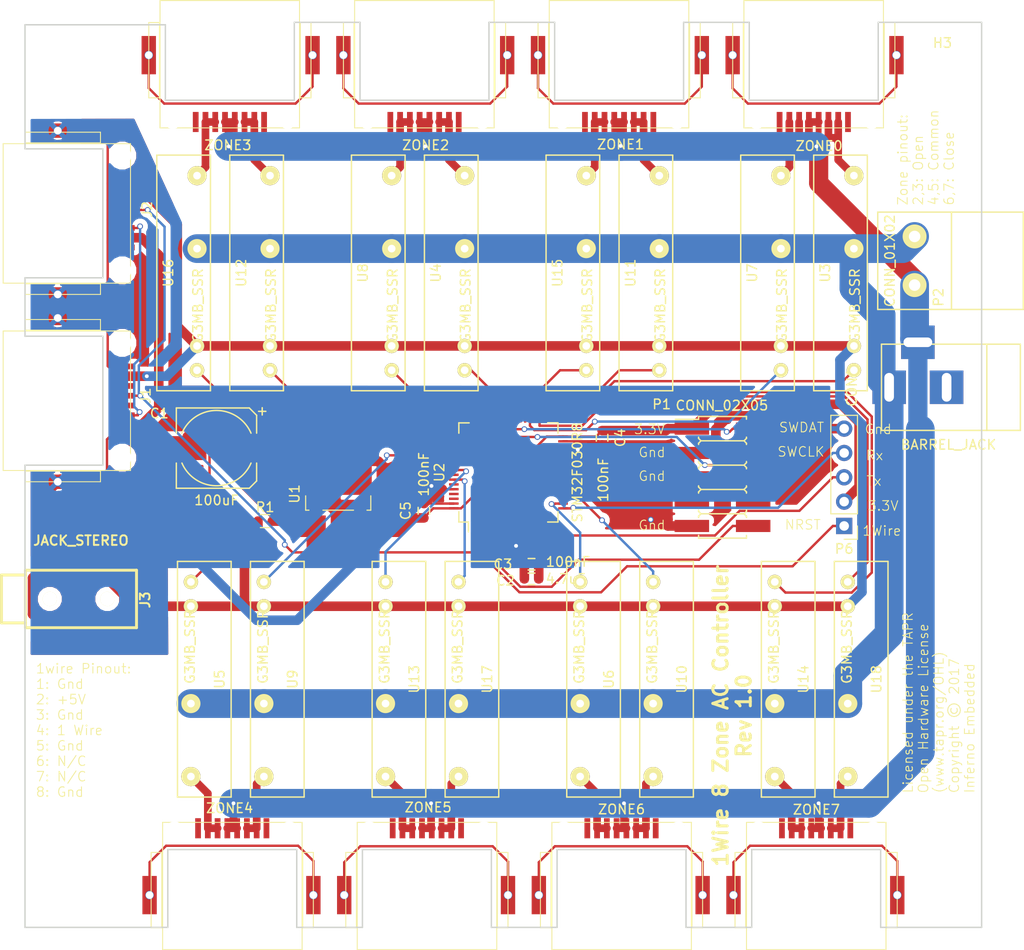
<source format=kicad_pcb>
(kicad_pcb (version 4) (host pcbnew 4.0.4-stable)
  (title_block (title "1Wire 8 Zone AC Controller") (date 2017-03-09) (rev 1.0) (company "Inferno Embedded") (comment 1 "Licensed under the TAPR Open Hardware License (www.tapr.org/OHL)") (comment 2 "Copyright © 2017 Inferno Embedded"))
  (layers (0 F.Cu signal) (31 B.Cu signal) (34 B.Paste user) (35 F.Paste user) (36 B.SilkS user) (37 F.SilkS user) (38 B.Mask user) (39 F.Mask user) (44 Edge.Cuts user))
  (net 0 "")
  (net 1 +5V)
  (net 2 GND)
  (net 3 +3V3)
  (net 4 "Net-(J1-Pad7)")
  (net 5 "Net-(J1-Pad6)")
  (net 6 /1W-DATA)
  (net 7 "Net-(P1-Pad10)")
  (net 8 "Net-(C1-Pad1)")
  (net 9 /MAINS_ENABLE)
  (net 10 /SWCLK)
  (net 11 /SWDAT)
  (net 12 /UART_TX)
  (net 13 /UART_RX)
  (net 14 /24VAC_LIVE)
  (net 15 /24VAC_N)
  (net 16 /ZONE0_OPEN)
  (net 17 "Net-(U3-Pad1)")
  (net 18 /ZONE2_OPEN)
  (net 19 "Net-(U4-Pad1)")
  (net 20 /ZONE4_OPEN)
  (net 21 "Net-(U5-Pad1)")
  (net 22 /ZONE6_OPEN)
  (net 23 "Net-(U6-Pad1)")
  (net 24 /ZONE0_CLOSE)
  (net 25 "Net-(U7-Pad1)")
  (net 26 /ZONE2_CLOSE)
  (net 27 "Net-(U8-Pad1)")
  (net 28 /ZONE4_CLOSE)
  (net 29 "Net-(U9-Pad1)")
  (net 30 /ZONE6_CLOSE)
  (net 31 "Net-(U10-Pad1)")
  (net 32 /ZONE1_OPEN)
  (net 33 "Net-(U11-Pad1)")
  (net 34 /ZONE3_OPEN)
  (net 35 "Net-(U12-Pad1)")
  (net 36 /ZONE5_OPEN)
  (net 37 "Net-(U13-Pad1)")
  (net 38 /ZONE7_OPEN)
  (net 39 "Net-(U14-Pad1)")
  (net 40 /ZONE1_CLOSE)
  (net 41 "Net-(U15-Pad1)")
  (net 42 /ZONE3_CLOSE)
  (net 43 "Net-(U16-Pad1)")
  (net 44 /ZONE5_CLOSE)
  (net 45 "Net-(U17-Pad1)")
  (net 46 /ZONE7_CLOSE)
  (net 47 "Net-(U18-Pad1)")
  (net 48 "Net-(ZONE0-Pad9)")
  (net 49 "Net-(ZONE1-Pad9)")
  (net 50 "Net-(ZONE2-Pad9)")
  (net 51 "Net-(ZONE3-Pad9)")
  (net 52 "Net-(ZONE4-Pad9)")
  (net 53 "Net-(ZONE5-Pad9)")
  (net 54 "Net-(ZONE6-Pad9)")
  (net 55 "Net-(ZONE7-Pad9)")
  (module w_conn_av:jack_3.5_pj313d-smt (layer F.Cu) (at 115.392 112.268 270)
    (fp_text reference J3 (at 0.1 -6.7 270) (layer F.SilkS) (effects (font (size 0.99822 0.99822) (thickness 0.19812))))
    (fp_text value JACK_STEREO (at -6.096 0 360) (layer F.SilkS) (effects (font (size 0.99822 0.99822) (thickness 0.19812))))
    (pad "" np_thru_hole circle (at 0 3.25 270) (size 1.5 1.5) (drill 1.5) (layers *.Cu *.Mask F.SilkS))
    (pad "" np_thru_hole circle (at 0 -2.75 270) (size 1.5 1.5) (drill 1.5) (layers *.Cu *.Mask F.SilkS))
    (pad 3 smd rect (at -3.3 3.95 270) (size 1.5 1.5) (layers F.Cu F.Paste F.Mask) (net 2 GND))
    (pad 1 smd rect (at -3.3 -2.75 270) (size 1.5 1.5) (layers F.Cu F.Paste F.Mask) (net 1 +5V))
    (pad 2 smd rect (at -3.3 0.75 270) (size 1.5 1.5) (layers F.Cu F.Paste F.Mask) (net 9 /MAINS_ENABLE))
    (pad 3 smd rect (at 3.3 3.95 270) (size 1.5 1.5) (layers F.Cu F.Paste F.Mask) (net 2 GND))
    (pad 2 smd rect (at 3.3 0.75 270) (size 1.5 1.5) (layers F.Cu F.Paste F.Mask) (net 9 /MAINS_ENABLE))
    (pad 1 smd rect (at 3.3 -2.75 270) (size 1.5 1.5) (layers F.Cu F.Paste F.Mask) (net 1 +5V))
  )
  (module RJ45:RJ45-ChinaSMD (layer F.Cu) (at 199.517 135.687 180)
    (fp_text reference ZONE7 (at 7.3406 1.4226 180) (layer F.SilkS))
    (fp_text value RJ45)
    (pad 9 smd rect (at 16 -7.5 180) (size 1.5 4) (layers F.Cu F.Paste F.Mask) (net 55 "Net-(ZONE7-Pad9)"))
    (pad 9 thru_hole circle (at 16 -7.5 180) (size 0.9 0.9) (drill 0.8) (layers *.Cu *.Mask) (net 55 "Net-(ZONE7-Pad9)"))
    (pad "" np_thru_hole circle (at 13.4 -0.76 180) (size 1.9 1.9) (drill 1.9) (layers *.Cu *.Mask))
    (pad "" np_thru_hole circle (at 1.41 -0.76 180) (size 1.9 1.9) (drill 1.9) (layers *.Cu *.Mask))
    (pad 8 smd rect (at 3.8 -0.52 180) (size 0.6 2.1) (layers F.Cu F.Paste F.Mask))
    (pad 7 smd rect (at 4.82 -0.52 180) (size 0.6 2.1) (layers F.Cu F.Paste F.Mask) (net 47 "Net-(U18-Pad1)"))
    (pad 6 smd rect (at 5.84 -0.52 180) (size 0.6 2.1) (layers F.Cu F.Paste F.Mask) (net 47 "Net-(U18-Pad1)"))
    (pad 5 smd rect (at 6.86 -0.52 180) (size 0.6 2.1) (layers F.Cu F.Paste F.Mask) (net 15 /24VAC_N))
    (pad 4 smd rect (at 7.88 -0.52 180) (size 0.6 2.1) (layers F.Cu F.Paste F.Mask) (net 15 /24VAC_N))
    (pad 3 smd rect (at 8.9 -0.52 180) (size 0.6 2.1) (layers F.Cu F.Paste F.Mask) (net 39 "Net-(U14-Pad1)"))
    (pad 2 smd rect (at 9.92 -0.52 180) (size 0.6 2.1) (layers F.Cu F.Paste F.Mask) (net 39 "Net-(U14-Pad1)"))
    (pad 1 smd rect (at 10.94 -0.52 180) (size 0.6 2.1) (layers F.Cu F.Paste F.Mask))
    (pad 9 thru_hole circle (at -1.1 -7.5 180) (size 0.9 0.9) (drill 0.8) (layers *.Cu *.Mask) (net 55 "Net-(ZONE7-Pad9)"))
    (pad 9 smd rect (at -1.1 -7.5 180) (size 1.5 4) (layers F.Cu F.Paste F.Mask) (net 55 "Net-(ZONE7-Pad9)"))
  )
  (module RJ45:RJ45-ChinaSMD (layer F.Cu) (at 179.197 135.687 180)
    (fp_text reference ZONE6 (at 7.366 1.448 180) (layer F.SilkS))
    (fp_text value RJ45)
    (pad 9 smd rect (at 16 -7.5 180) (size 1.5 4) (layers F.Cu F.Paste F.Mask) (net 54 "Net-(ZONE6-Pad9)"))
    (pad 9 thru_hole circle (at 16 -7.5 180) (size 0.9 0.9) (drill 0.8) (layers *.Cu *.Mask) (net 54 "Net-(ZONE6-Pad9)"))
    (pad "" np_thru_hole circle (at 13.4 -0.76 180) (size 1.9 1.9) (drill 1.9) (layers *.Cu *.Mask))
    (pad "" np_thru_hole circle (at 1.41 -0.76 180) (size 1.9 1.9) (drill 1.9) (layers *.Cu *.Mask))
    (pad 8 smd rect (at 3.8 -0.52 180) (size 0.6 2.1) (layers F.Cu F.Paste F.Mask))
    (pad 7 smd rect (at 4.82 -0.52 180) (size 0.6 2.1) (layers F.Cu F.Paste F.Mask) (net 31 "Net-(U10-Pad1)"))
    (pad 6 smd rect (at 5.84 -0.52 180) (size 0.6 2.1) (layers F.Cu F.Paste F.Mask) (net 31 "Net-(U10-Pad1)"))
    (pad 5 smd rect (at 6.86 -0.52 180) (size 0.6 2.1) (layers F.Cu F.Paste F.Mask) (net 15 /24VAC_N))
    (pad 4 smd rect (at 7.88 -0.52 180) (size 0.6 2.1) (layers F.Cu F.Paste F.Mask) (net 15 /24VAC_N))
    (pad 3 smd rect (at 8.9 -0.52 180) (size 0.6 2.1) (layers F.Cu F.Paste F.Mask) (net 23 "Net-(U6-Pad1)"))
    (pad 2 smd rect (at 9.92 -0.52 180) (size 0.6 2.1) (layers F.Cu F.Paste F.Mask) (net 23 "Net-(U6-Pad1)"))
    (pad 1 smd rect (at 10.94 -0.52 180) (size 0.6 2.1) (layers F.Cu F.Paste F.Mask))
    (pad 9 thru_hole circle (at -1.1 -7.5 180) (size 0.9 0.9) (drill 0.8) (layers *.Cu *.Mask) (net 54 "Net-(ZONE6-Pad9)"))
    (pad 9 smd rect (at -1.1 -7.5 180) (size 1.5 4) (layers F.Cu F.Paste F.Mask) (net 54 "Net-(ZONE6-Pad9)"))
  )
  (module Mounting_Holes:MountingHole_3.2mm_M3 (layer F.Cu) (at 205.283 139.7)
    (fp_text reference H2 hide)
    (fp_text value MountingHole_3.2mm_M3 hide)
    (pad 1 np_thru_hole circle (at 0 0) (size 3.2 3.2) (drill 3.2) (layers *.Cu *.Mask))
  )
  (module Mounting_Holes:MountingHole_3.2mm_M3 (layer F.Cu) (at 117.932 139.7)
    (fp_text reference H1 hide)
    (fp_text value MountingHole_3.2mm_M3 hide)
    (pad 1 np_thru_hole circle (at 0 0) (size 3.2 3.2) (drill 3.2) (layers *.Cu *.Mask))
  )
  (module Mounting_Holes:MountingHole_3.2mm_M3 (layer F.Cu) (at 205.334 58.42)
    (fp_text reference H3 (at 0 -4.2) (layer F.SilkS))
    (fp_text value MountingHole_3.2mm_M3 hide)
    (pad 1 np_thru_hole circle (at 0 0) (size 3.2 3.2) (drill 3.2) (layers *.Cu *.Mask))
  )
  (module Housings_QFP:LQFP-64_10x10mm_Pitch0.5mm (layer F.Cu) (at 160.02 99.06 90)
    (fp_text reference U2 (at 0 -7.2 90) (layer F.SilkS))
    (fp_text value STM32F030R8 (at 0 7.2 90) (layer F.SilkS))
    (pad 1 smd rect (at -5.7 -3.75 90) (size 1 0.25) (layers F.Cu F.Paste F.Mask) (net 3 +3V3))
    (pad 2 smd rect (at -5.7 -3.25 90) (size 1 0.25) (layers F.Cu F.Paste F.Mask))
    (pad 3 smd rect (at -5.7 -2.75 90) (size 1 0.25) (layers F.Cu F.Paste F.Mask))
    (pad 4 smd rect (at -5.7 -2.25 90) (size 1 0.25) (layers F.Cu F.Paste F.Mask))
    (pad 5 smd rect (at -5.7 -1.75 90) (size 1 0.25) (layers F.Cu F.Paste F.Mask) (net 6 /1W-DATA))
    (pad 6 smd rect (at -5.7 -1.25 90) (size 1 0.25) (layers F.Cu F.Paste F.Mask))
    (pad 7 smd rect (at -5.7 -0.75 90) (size 1 0.25) (layers F.Cu F.Paste F.Mask) (net 7 "Net-(P1-Pad10)"))
    (pad 8 smd rect (at -5.7 -0.25 90) (size 1 0.25) (layers F.Cu F.Paste F.Mask))
    (pad 9 smd rect (at -5.7 0.25 90) (size 1 0.25) (layers F.Cu F.Paste F.Mask))
    (pad 10 smd rect (at -5.7 0.75 90) (size 1 0.25) (layers F.Cu F.Paste F.Mask))
    (pad 11 smd rect (at -5.7 1.25 90) (size 1 0.25) (layers F.Cu F.Paste F.Mask))
    (pad 12 smd rect (at -5.7 1.75 90) (size 1 0.25) (layers F.Cu F.Paste F.Mask) (net 2 GND))
    (pad 13 smd rect (at -5.7 2.25 90) (size 1 0.25) (layers F.Cu F.Paste F.Mask) (net 3 +3V3))
    (pad 14 smd rect (at -5.7 2.75 90) (size 1 0.25) (layers F.Cu F.Paste F.Mask))
    (pad 15 smd rect (at -5.7 3.25 90) (size 1 0.25) (layers F.Cu F.Paste F.Mask))
    (pad 16 smd rect (at -5.7 3.75 90) (size 1 0.25) (layers F.Cu F.Paste F.Mask) (net 12 /UART_TX))
    (pad 17 smd rect (at -3.75 5.7 180) (size 1 0.25) (layers F.Cu F.Paste F.Mask) (net 13 /UART_RX))
    (pad 18 smd rect (at -3.25 5.7 180) (size 1 0.25) (layers F.Cu F.Paste F.Mask) (net 22 /ZONE6_OPEN))
    (pad 19 smd rect (at -2.75 5.7 180) (size 1 0.25) (layers F.Cu F.Paste F.Mask) (net 30 /ZONE6_CLOSE))
    (pad 20 smd rect (at -2.25 5.7 180) (size 1 0.25) (layers F.Cu F.Paste F.Mask))
    (pad 21 smd rect (at -1.75 5.7 180) (size 1 0.25) (layers F.Cu F.Paste F.Mask))
    (pad 22 smd rect (at -1.25 5.7 180) (size 1 0.25) (layers F.Cu F.Paste F.Mask))
    (pad 23 smd rect (at -0.75 5.7 180) (size 1 0.25) (layers F.Cu F.Paste F.Mask))
    (pad 24 smd rect (at -0.25 5.7 180) (size 1 0.25) (layers F.Cu F.Paste F.Mask))
    (pad 25 smd rect (at 0.25 5.7 180) (size 1 0.25) (layers F.Cu F.Paste F.Mask))
    (pad 26 smd rect (at 0.75 5.7 180) (size 1 0.25) (layers F.Cu F.Paste F.Mask))
    (pad 27 smd rect (at 1.25 5.7 180) (size 1 0.25) (layers F.Cu F.Paste F.Mask))
    (pad 28 smd rect (at 1.75 5.7 180) (size 1 0.25) (layers F.Cu F.Paste F.Mask))
    (pad 29 smd rect (at 2.25 5.7 180) (size 1 0.25) (layers F.Cu F.Paste F.Mask))
    (pad 30 smd rect (at 2.75 5.7 180) (size 1 0.25) (layers F.Cu F.Paste F.Mask))
    (pad 31 smd rect (at 3.25 5.7 180) (size 1 0.25) (layers F.Cu F.Paste F.Mask) (net 2 GND))
    (pad 32 smd rect (at 3.75 5.7 180) (size 1 0.25) (layers F.Cu F.Paste F.Mask) (net 3 +3V3))
    (pad 33 smd rect (at 5.7 3.75 90) (size 1 0.25) (layers F.Cu F.Paste F.Mask) (net 38 /ZONE7_OPEN))
    (pad 34 smd rect (at 5.7 3.25 90) (size 1 0.25) (layers F.Cu F.Paste F.Mask) (net 46 /ZONE7_CLOSE))
    (pad 35 smd rect (at 5.7 2.75 90) (size 1 0.25) (layers F.Cu F.Paste F.Mask) (net 16 /ZONE0_OPEN))
    (pad 36 smd rect (at 5.7 2.25 90) (size 1 0.25) (layers F.Cu F.Paste F.Mask) (net 24 /ZONE0_CLOSE))
    (pad 37 smd rect (at 5.7 1.75 90) (size 1 0.25) (layers F.Cu F.Paste F.Mask) (net 32 /ZONE1_OPEN))
    (pad 38 smd rect (at 5.7 1.25 90) (size 1 0.25) (layers F.Cu F.Paste F.Mask) (net 40 /ZONE1_CLOSE))
    (pad 39 smd rect (at 5.7 0.75 90) (size 1 0.25) (layers F.Cu F.Paste F.Mask))
    (pad 40 smd rect (at 5.7 0.25 90) (size 1 0.25) (layers F.Cu F.Paste F.Mask) (net 18 /ZONE2_OPEN))
    (pad 41 smd rect (at 5.7 -0.25 90) (size 1 0.25) (layers F.Cu F.Paste F.Mask))
    (pad 42 smd rect (at 5.7 -0.75 90) (size 1 0.25) (layers F.Cu F.Paste F.Mask) (net 26 /ZONE2_CLOSE))
    (pad 43 smd rect (at 5.7 -1.25 90) (size 1 0.25) (layers F.Cu F.Paste F.Mask))
    (pad 44 smd rect (at 5.7 -1.75 90) (size 1 0.25) (layers F.Cu F.Paste F.Mask) (net 34 /ZONE3_OPEN))
    (pad 45 smd rect (at 5.7 -2.25 90) (size 1 0.25) (layers F.Cu F.Paste F.Mask))
    (pad 46 smd rect (at 5.7 -2.75 90) (size 1 0.25) (layers F.Cu F.Paste F.Mask) (net 11 /SWDAT))
    (pad 47 smd rect (at 5.7 -3.25 90) (size 1 0.25) (layers F.Cu F.Paste F.Mask))
    (pad 48 smd rect (at 5.7 -3.75 90) (size 1 0.25) (layers F.Cu F.Paste F.Mask) (net 42 /ZONE3_CLOSE))
    (pad 49 smd rect (at 3.75 -5.7 180) (size 1 0.25) (layers F.Cu F.Paste F.Mask) (net 10 /SWCLK))
    (pad 50 smd rect (at 3.25 -5.7 180) (size 1 0.25) (layers F.Cu F.Paste F.Mask))
    (pad 51 smd rect (at 2.75 -5.7 180) (size 1 0.25) (layers F.Cu F.Paste F.Mask) (net 20 /ZONE4_OPEN))
    (pad 52 smd rect (at 2.25 -5.7 180) (size 1 0.25) (layers F.Cu F.Paste F.Mask))
    (pad 53 smd rect (at 1.75 -5.7 180) (size 1 0.25) (layers F.Cu F.Paste F.Mask) (net 28 /ZONE4_CLOSE))
    (pad 54 smd rect (at 1.25 -5.7 180) (size 1 0.25) (layers F.Cu F.Paste F.Mask))
    (pad 55 smd rect (at 0.75 -5.7 180) (size 1 0.25) (layers F.Cu F.Paste F.Mask))
    (pad 56 smd rect (at 0.25 -5.7 180) (size 1 0.25) (layers F.Cu F.Paste F.Mask) (net 36 /ZONE5_OPEN))
    (pad 57 smd rect (at -0.25 -5.7 180) (size 1 0.25) (layers F.Cu F.Paste F.Mask))
    (pad 58 smd rect (at -0.75 -5.7 180) (size 1 0.25) (layers F.Cu F.Paste F.Mask) (net 44 /ZONE5_CLOSE))
    (pad 59 smd rect (at -1.25 -5.7 180) (size 1 0.25) (layers F.Cu F.Paste F.Mask))
    (pad 60 smd rect (at -1.75 -5.7 180) (size 1 0.25) (layers F.Cu F.Paste F.Mask) (net 2 GND))
    (pad 61 smd rect (at -2.25 -5.7 180) (size 1 0.25) (layers F.Cu F.Paste F.Mask))
    (pad 62 smd rect (at -2.75 -5.7 180) (size 1 0.25) (layers F.Cu F.Paste F.Mask))
    (pad 63 smd rect (at -3.25 -5.7 180) (size 1 0.25) (layers F.Cu F.Paste F.Mask) (net 2 GND))
    (pad 64 smd rect (at -3.75 -5.7 180) (size 1 0.25) (layers F.Cu F.Paste F.Mask) (net 3 +3V3))
  )
  (module Pin_Headers:Pin_Header_Straight_SMT_02x05 (layer F.Cu) (at 182.372 99.568 270)
    (fp_text reference P1 (at -7.62 6.35 360) (layer F.SilkS))
    (fp_text value CONN_02X05 (at -7.493 0.0635 360) (layer F.SilkS))
    (pad 1 smd rect (at -5.08 3.2 270) (size 1.27 3.6) (layers F.Cu F.Paste F.Mask) (net 3 +3V3))
    (pad 3 smd rect (at -2.54 3.2 270) (size 1.27 3.6) (layers F.Cu F.Paste F.Mask) (net 2 GND))
    (pad 5 smd rect (at 0 3.2 270) (size 1.27 3.6) (layers F.Cu F.Paste F.Mask) (net 2 GND))
    (pad 7 smd rect (at 2.54 3.2 270) (size 1.27 3.6) (layers F.Cu F.Paste F.Mask))
    (pad 8 smd rect (at 2.54 -3.2 270) (size 1.27 3.6) (layers F.Cu F.Paste F.Mask))
    (pad 6 smd rect (at 0 -3.2 270) (size 1.27 3.6) (layers F.Cu F.Paste F.Mask))
    (pad 4 smd rect (at -2.54 -3.2 270) (size 1.27 3.6) (layers F.Cu F.Paste F.Mask) (net 10 /SWCLK))
    (pad 2 smd rect (at -5.08 -3.2 270) (size 1.27 3.6) (layers F.Cu F.Paste F.Mask) (net 11 /SWDAT))
    (pad 9 smd rect (at 5.08 3.2 270) (size 1.27 3.6) (layers F.Cu F.Paste F.Mask) (net 2 GND))
    (pad 10 smd rect (at 5.08 -3.2 270) (size 1.27 3.6) (layers F.Cu F.Paste F.Mask) (net 7 "Net-(P1-Pad10)"))
  )
  (module RJ45:RJ45-ChinaSMD (layer F.Cu) (at 120.472 79.375 90)
    (fp_text reference J2 (at 7.7724 1.829 90) (layer F.SilkS))
    (fp_text value RJ45)
    (pad 9 smd rect (at 16 -7.5 90) (size 1.5 4) (layers F.Cu F.Paste F.Mask) (net 2 GND))
    (pad 9 thru_hole circle (at 16 -7.5 90) (size 0.9 0.9) (drill 0.8) (layers *.Cu *.Mask) (net 2 GND))
    (pad "" np_thru_hole circle (at 13.4 -0.76 90) (size 1.9 1.9) (drill 1.9) (layers *.Cu *.Mask))
    (pad "" np_thru_hole circle (at 1.41 -0.76 90) (size 1.9 1.9) (drill 1.9) (layers *.Cu *.Mask))
    (pad 8 smd rect (at 3.8 -0.52 90) (size 0.6 2.1) (layers F.Cu F.Paste F.Mask) (net 2 GND))
    (pad 7 smd rect (at 4.82 -0.52 90) (size 0.6 2.1) (layers F.Cu F.Paste F.Mask) (net 4 "Net-(J1-Pad7)"))
    (pad 6 smd rect (at 5.84 -0.52 90) (size 0.6 2.1) (layers F.Cu F.Paste F.Mask) (net 5 "Net-(J1-Pad6)"))
    (pad 5 smd rect (at 6.86 -0.52 90) (size 0.6 2.1) (layers F.Cu F.Paste F.Mask) (net 2 GND))
    (pad 4 smd rect (at 7.88 -0.52 90) (size 0.6 2.1) (layers F.Cu F.Paste F.Mask) (net 6 /1W-DATA))
    (pad 3 smd rect (at 8.9 -0.52 90) (size 0.6 2.1) (layers F.Cu F.Paste F.Mask) (net 2 GND))
    (pad 2 smd rect (at 9.92 -0.52 90) (size 0.6 2.1) (layers F.Cu F.Paste F.Mask) (net 1 +5V))
    (pad 1 smd rect (at 10.94 -0.52 90) (size 0.6 2.1) (layers F.Cu F.Paste F.Mask) (net 2 GND))
    (pad 9 thru_hole circle (at -1.1 -7.5 90) (size 0.9 0.9) (drill 0.8) (layers *.Cu *.Mask) (net 2 GND))
    (pad 9 smd rect (at -1.1 -7.5 90) (size 1.5 4) (layers F.Cu F.Paste F.Mask) (net 2 GND))
  )
  (module Connect:BARREL_JACK (layer F.Cu) (at 205.969 90.17 180)
    (fp_text reference CON1 (at 10.09904 0 270) (layer F.SilkS))
    (fp_text value BARREL_JACK (at 0 -5.99948 180) (layer F.SilkS))
    (pad 1 thru_hole rect (at 6.20014 0 180) (size 3.50012 3.50012) (drill oval 1.00076 2.99974) (layers *.Cu *.Mask) (net 14 /24VAC_LIVE))
    (pad 2 thru_hole rect (at 0.20066 0 180) (size 3.50012 3.50012) (drill oval 1.00076 2.99974) (layers *.Cu *.Mask))
    (pad 3 thru_hole rect (at 3.2004 4.699 180) (size 3.50012 3.50012) (drill oval 2.99974 1.00076) (layers *.Cu *.Mask) (net 15 /24VAC_N))
  )
  (module Capacitors_SMD:c_elec_8x6.7 (layer F.Cu) (at 129.54 96.52 180)
    (fp_text reference C1 (at 5.969 3.6195 180) (layer F.SilkS))
    (fp_text value 100uF (at 0 -5.4483 180) (layer F.SilkS))
    (fp_text user + (at -4.7752 3.9116 180) (layer F.SilkS))
    (pad 1 smd rect (at -3.05 0) (size 4 2.5) (layers F.Cu F.Paste F.Mask) (net 8 "Net-(C1-Pad1)"))
    (pad 2 smd rect (at 3.05 0) (size 4 2.5) (layers F.Cu F.Paste F.Mask) (net 2 GND))
  )
  (module Capacitors_SMD:C_0603 (layer F.Cu) (at 162.433 110.172 180)
    (fp_text reference C2 (at 2.7305 -0.1905 180) (layer F.SilkS))
    (fp_text value 4.7uF (at -3.556 0 180) (layer F.SilkS))
    (pad 1 smd rect (at -0.75 0 180) (size 0.8 0.75) (layers F.Cu F.Paste F.Mask) (net 3 +3V3))
    (pad 2 smd rect (at 0.75 0 180) (size 0.8 0.75) (layers F.Cu F.Paste F.Mask) (net 2 GND))
  )
  (module Capacitors_SMD:C_0603 (layer F.Cu) (at 162.433 108.648 180)
    (fp_text reference C3 (at 2.9845 0 180) (layer F.SilkS))
    (fp_text value 100nF (at -3.81 0.254 180) (layer F.SilkS))
    (pad 1 smd rect (at -0.75 0 180) (size 0.8 0.75) (layers F.Cu F.Paste F.Mask) (net 3 +3V3))
    (pad 2 smd rect (at 0.75 0 180) (size 0.8 0.75) (layers F.Cu F.Paste F.Mask) (net 2 GND))
  )
  (module Capacitors_SMD:C_0603 (layer F.Cu) (at 169.799 95.44 270)
    (fp_text reference C4 (at 0 -1.9 270) (layer F.SilkS))
    (fp_text value 100nF (at 4.382 -0.127 270) (layer F.SilkS))
    (pad 1 smd rect (at -0.75 0 270) (size 0.8 0.75) (layers F.Cu F.Paste F.Mask) (net 3 +3V3))
    (pad 2 smd rect (at 0.75 0 270) (size 0.8 0.75) (layers F.Cu F.Paste F.Mask) (net 2 GND))
  )
  (module Capacitors_SMD:C_0603 (layer F.Cu) (at 151.194 103.06 90)
    (fp_text reference C5 (at 0 -1.9 90) (layer F.SilkS))
    (fp_text value 100nF (at 3.81 0 90) (layer F.SilkS))
    (pad 1 smd rect (at -0.75 0 90) (size 0.8 0.75) (layers F.Cu F.Paste F.Mask) (net 3 +3V3))
    (pad 2 smd rect (at 0.75 0 90) (size 0.8 0.75) (layers F.Cu F.Paste F.Mask) (net 2 GND))
  )
  (module RJ45:RJ45-ChinaSMD (layer F.Cu) (at 120.472 98.933 90)
    (fp_text reference J1 (at 7.874 1.6766 90) (layer F.SilkS))
    (fp_text value RJ45)
    (pad 9 smd rect (at 16 -7.5 90) (size 1.5 4) (layers F.Cu F.Paste F.Mask) (net 2 GND))
    (pad 9 thru_hole circle (at 16 -7.5 90) (size 0.9 0.9) (drill 0.8) (layers *.Cu *.Mask) (net 2 GND))
    (pad "" np_thru_hole circle (at 13.4 -0.76 90) (size 1.9 1.9) (drill 1.9) (layers *.Cu *.Mask))
    (pad "" np_thru_hole circle (at 1.41 -0.76 90) (size 1.9 1.9) (drill 1.9) (layers *.Cu *.Mask))
    (pad 8 smd rect (at 3.8 -0.52 90) (size 0.6 2.1) (layers F.Cu F.Paste F.Mask) (net 2 GND))
    (pad 7 smd rect (at 4.82 -0.52 90) (size 0.6 2.1) (layers F.Cu F.Paste F.Mask) (net 4 "Net-(J1-Pad7)"))
    (pad 6 smd rect (at 5.84 -0.52 90) (size 0.6 2.1) (layers F.Cu F.Paste F.Mask) (net 5 "Net-(J1-Pad6)"))
    (pad 5 smd rect (at 6.86 -0.52 90) (size 0.6 2.1) (layers F.Cu F.Paste F.Mask) (net 2 GND))
    (pad 4 smd rect (at 7.88 -0.52 90) (size 0.6 2.1) (layers F.Cu F.Paste F.Mask) (net 6 /1W-DATA))
    (pad 3 smd rect (at 8.9 -0.52 90) (size 0.6 2.1) (layers F.Cu F.Paste F.Mask) (net 2 GND))
    (pad 2 smd rect (at 9.92 -0.52 90) (size 0.6 2.1) (layers F.Cu F.Paste F.Mask) (net 1 +5V))
    (pad 1 smd rect (at 10.94 -0.52 90) (size 0.6 2.1) (layers F.Cu F.Paste F.Mask) (net 2 GND))
    (pad 9 thru_hole circle (at -1.1 -7.5 90) (size 0.9 0.9) (drill 0.8) (layers *.Cu *.Mask) (net 2 GND))
    (pad 9 smd rect (at -1.1 -7.5 90) (size 1.5 4) (layers F.Cu F.Paste F.Mask) (net 2 GND))
  )
  (module Pin_Headers:Pin_Header_Straight_1x05_Pitch2.54mm (layer F.Cu) (at 195.072 104.648 180)
    (fp_text reference P6 (at 0 -2.39 180) (layer F.SilkS))
    (fp_text value CONN_01X05)
    (pad 1 thru_hole rect (at 0 0 180) (size 1.7 1.7) (drill 1) (layers *.Cu *.Mask) (net 6 /1W-DATA))
    (pad 2 thru_hole oval (at 0 2.54 180) (size 1.7 1.7) (drill 1) (layers *.Cu *.Mask) (net 3 +3V3))
    (pad 3 thru_hole oval (at 0 5.08 180) (size 1.7 1.7) (drill 1) (layers *.Cu *.Mask) (net 12 /UART_TX))
    (pad 4 thru_hole oval (at 0 7.62 180) (size 1.7 1.7) (drill 1) (layers *.Cu *.Mask) (net 13 /UART_RX))
    (pad 5 thru_hole oval (at 0 10.16 180) (size 1.7 1.7) (drill 1) (layers *.Cu *.Mask) (net 2 GND))
  )
  (module Resistors_SMD:R_0603 (layer F.Cu) (at 134.62 104.14)
    (fp_text reference R1 (at 0 -1.45) (layer F.SilkS))
    (fp_text value 33R)
    (pad 1 smd rect (at -0.75 0) (size 0.5 0.9) (layers F.Cu F.Paste F.Mask) (net 1 +5V))
    (pad 2 smd rect (at 0.75 0) (size 0.5 0.9) (layers F.Cu F.Paste F.Mask) (net 8 "Net-(C1-Pad1)"))
  )
  (module TO_SOT_Packages_SMD:TO-252-2Lead (layer F.Cu) (at 142.24 101.6 90)
    (fp_text reference U1 (at 0.3 -4.54 90) (layer F.SilkS))
    (fp_text value LP2950)
    (pad 1 smd rect (at -3.7 -2.29) (size 2 3.5) (layers F.Cu F.Paste F.Mask) (net 8 "Net-(C1-Pad1)"))
    (pad 3 smd rect (at -3.7 2.29) (size 2 3.5) (layers F.Cu F.Paste F.Mask) (net 3 +3V3))
    (pad 2 smd rect (at 3.7 0.01) (size 7 7) (layers F.Cu F.Paste F.Mask) (net 2 GND))
  )
  (module 2EDCK-Screw-Connectors:2EDCK-5.08-2PIN (layer F.Cu) (at 198.577 71.882 270)
    (fp_text reference P2 (at 8.89 -6.35 270) (layer F.SilkS))
    (fp_text value CONN_01X02 (at 5.08 -1.27 270) (layer F.SilkS))
    (pad 1 thru_hole circle (at 2.54 -3.85 270) (size 2.5 2.5) (drill 1.2) (layers *.Cu *.Mask F.SilkS) (net 14 /24VAC_LIVE))
    (pad 2 thru_hole circle (at 7.62 -3.85 270) (size 2.5 2.5) (drill 1.2) (layers *.Cu *.Mask F.SilkS) (net 15 /24VAC_N))
  )
  (module SSR-OmronG3MB:G3MB (layer F.Cu) (at 194.691 78.232 90)
    (fp_text reference U3 (at 0 -1.6 90) (layer F.SilkS))
    (fp_text value G3MB_SSR (at -3.4 1.5 90) (layer F.SilkS))
    (pad 4 thru_hole circle (at -10.16 1.4 90) (size 1.5 1.5) (drill 0.8) (layers *.Cu *.Mask F.SilkS) (net 16 /ZONE0_OPEN))
    (pad 3 thru_hole circle (at -7.62 1.4 90) (size 1.5 1.5) (drill 0.8) (layers *.Cu *.Mask F.SilkS) (net 1 +5V))
    (pad 2 thru_hole circle (at 2.54 1.4 90) (size 2 2) (drill 0.8) (layers *.Cu *.Mask F.SilkS) (net 14 /24VAC_LIVE))
    (pad 1 thru_hole circle (at 10.16 1.4 90) (size 2 2) (drill 0.8) (layers *.Cu *.Mask F.SilkS) (net 17 "Net-(U3-Pad1)"))
  )
  (module SSR-OmronG3MB:G3MB (layer F.Cu) (at 154.051 78.232 90)
    (fp_text reference U4 (at 0 -1.6 90) (layer F.SilkS))
    (fp_text value G3MB_SSR (at -3.4 1.5 90) (layer F.SilkS))
    (pad 4 thru_hole circle (at -10.16 1.4 90) (size 1.5 1.5) (drill 0.8) (layers *.Cu *.Mask F.SilkS) (net 18 /ZONE2_OPEN))
    (pad 3 thru_hole circle (at -7.62 1.4 90) (size 1.5 1.5) (drill 0.8) (layers *.Cu *.Mask F.SilkS) (net 1 +5V))
    (pad 2 thru_hole circle (at 2.54 1.4 90) (size 2 2) (drill 0.8) (layers *.Cu *.Mask F.SilkS) (net 14 /24VAC_LIVE))
    (pad 1 thru_hole circle (at 10.16 1.4 90) (size 2 2) (drill 0.8) (layers *.Cu *.Mask F.SilkS) (net 19 "Net-(U4-Pad1)"))
  )
  (module SSR-OmronG3MB:G3MB (layer F.Cu) (at 128.27 120.65 270)
    (fp_text reference U5 (at 0 -1.6 270) (layer F.SilkS))
    (fp_text value G3MB_SSR (at -3.4 1.5 270) (layer F.SilkS))
    (pad 4 thru_hole circle (at -10.16 1.4 270) (size 1.5 1.5) (drill 0.8) (layers *.Cu *.Mask F.SilkS) (net 20 /ZONE4_OPEN))
    (pad 3 thru_hole circle (at -7.62 1.4 270) (size 1.5 1.5) (drill 0.8) (layers *.Cu *.Mask F.SilkS) (net 1 +5V))
    (pad 2 thru_hole circle (at 2.54 1.4 270) (size 2 2) (drill 0.8) (layers *.Cu *.Mask F.SilkS) (net 14 /24VAC_LIVE))
    (pad 1 thru_hole circle (at 10.16 1.4 270) (size 2 2) (drill 0.8) (layers *.Cu *.Mask F.SilkS) (net 21 "Net-(U5-Pad1)"))
  )
  (module SSR-OmronG3MB:G3MB (layer F.Cu) (at 168.91 120.65 270)
    (fp_text reference U6 (at 0 -1.6 270) (layer F.SilkS))
    (fp_text value G3MB_SSR (at -3.4 1.5 270) (layer F.SilkS))
    (pad 4 thru_hole circle (at -10.16 1.4 270) (size 1.5 1.5) (drill 0.8) (layers *.Cu *.Mask F.SilkS) (net 22 /ZONE6_OPEN))
    (pad 3 thru_hole circle (at -7.62 1.4 270) (size 1.5 1.5) (drill 0.8) (layers *.Cu *.Mask F.SilkS) (net 1 +5V))
    (pad 2 thru_hole circle (at 2.54 1.4 270) (size 2 2) (drill 0.8) (layers *.Cu *.Mask F.SilkS) (net 14 /24VAC_LIVE))
    (pad 1 thru_hole circle (at 10.16 1.4 270) (size 2 2) (drill 0.8) (layers *.Cu *.Mask F.SilkS) (net 23 "Net-(U6-Pad1)"))
  )
  (module SSR-OmronG3MB:G3MB (layer F.Cu) (at 187.071 78.232 90)
    (fp_text reference U7 (at 0 -1.6 90) (layer F.SilkS))
    (fp_text value G3MB_SSR (at -3.4 1.5 90) (layer F.SilkS))
    (pad 4 thru_hole circle (at -10.16 1.4 90) (size 1.5 1.5) (drill 0.8) (layers *.Cu *.Mask F.SilkS) (net 24 /ZONE0_CLOSE))
    (pad 3 thru_hole circle (at -7.62 1.4 90) (size 1.5 1.5) (drill 0.8) (layers *.Cu *.Mask F.SilkS) (net 1 +5V))
    (pad 2 thru_hole circle (at 2.54 1.4 90) (size 2 2) (drill 0.8) (layers *.Cu *.Mask F.SilkS) (net 14 /24VAC_LIVE))
    (pad 1 thru_hole circle (at 10.16 1.4 90) (size 2 2) (drill 0.8) (layers *.Cu *.Mask F.SilkS) (net 25 "Net-(U7-Pad1)"))
  )
  (module SSR-OmronG3MB:G3MB (layer F.Cu) (at 146.431 78.232 90)
    (fp_text reference U8 (at 0 -1.6 90) (layer F.SilkS))
    (fp_text value G3MB_SSR (at -3.4 1.5 90) (layer F.SilkS))
    (pad 4 thru_hole circle (at -10.16 1.4 90) (size 1.5 1.5) (drill 0.8) (layers *.Cu *.Mask F.SilkS) (net 26 /ZONE2_CLOSE))
    (pad 3 thru_hole circle (at -7.62 1.4 90) (size 1.5 1.5) (drill 0.8) (layers *.Cu *.Mask F.SilkS) (net 1 +5V))
    (pad 2 thru_hole circle (at 2.54 1.4 90) (size 2 2) (drill 0.8) (layers *.Cu *.Mask F.SilkS) (net 14 /24VAC_LIVE))
    (pad 1 thru_hole circle (at 10.16 1.4 90) (size 2 2) (drill 0.8) (layers *.Cu *.Mask F.SilkS) (net 27 "Net-(U8-Pad1)"))
  )
  (module SSR-OmronG3MB:G3MB (layer F.Cu) (at 135.89 120.65 270)
    (fp_text reference U9 (at 0 -1.6 270) (layer F.SilkS))
    (fp_text value G3MB_SSR (at -3.4 1.5 270) (layer F.SilkS))
    (pad 4 thru_hole circle (at -10.16 1.4 270) (size 1.5 1.5) (drill 0.8) (layers *.Cu *.Mask F.SilkS) (net 28 /ZONE4_CLOSE))
    (pad 3 thru_hole circle (at -7.62 1.4 270) (size 1.5 1.5) (drill 0.8) (layers *.Cu *.Mask F.SilkS) (net 1 +5V))
    (pad 2 thru_hole circle (at 2.54 1.4 270) (size 2 2) (drill 0.8) (layers *.Cu *.Mask F.SilkS) (net 14 /24VAC_LIVE))
    (pad 1 thru_hole circle (at 10.16 1.4 270) (size 2 2) (drill 0.8) (layers *.Cu *.Mask F.SilkS) (net 29 "Net-(U9-Pad1)"))
  )
  (module SSR-OmronG3MB:G3MB (layer F.Cu) (at 176.53 120.65 270)
    (fp_text reference U10 (at 0 -1.6 270) (layer F.SilkS))
    (fp_text value G3MB_SSR (at -3.4 1.5 270) (layer F.SilkS))
    (pad 4 thru_hole circle (at -10.16 1.4 270) (size 1.5 1.5) (drill 0.8) (layers *.Cu *.Mask F.SilkS) (net 30 /ZONE6_CLOSE))
    (pad 3 thru_hole circle (at -7.62 1.4 270) (size 1.5 1.5) (drill 0.8) (layers *.Cu *.Mask F.SilkS) (net 1 +5V))
    (pad 2 thru_hole circle (at 2.54 1.4 270) (size 2 2) (drill 0.8) (layers *.Cu *.Mask F.SilkS) (net 14 /24VAC_LIVE))
    (pad 1 thru_hole circle (at 10.16 1.4 270) (size 2 2) (drill 0.8) (layers *.Cu *.Mask F.SilkS) (net 31 "Net-(U10-Pad1)"))
  )
  (module SSR-OmronG3MB:G3MB (layer F.Cu) (at 174.371 78.232 90)
    (fp_text reference U11 (at 0 -1.6 90) (layer F.SilkS))
    (fp_text value G3MB_SSR (at -3.4 1.5 90) (layer F.SilkS))
    (pad 4 thru_hole circle (at -10.16 1.4 90) (size 1.5 1.5) (drill 0.8) (layers *.Cu *.Mask F.SilkS) (net 32 /ZONE1_OPEN))
    (pad 3 thru_hole circle (at -7.62 1.4 90) (size 1.5 1.5) (drill 0.8) (layers *.Cu *.Mask F.SilkS) (net 1 +5V))
    (pad 2 thru_hole circle (at 2.54 1.4 90) (size 2 2) (drill 0.8) (layers *.Cu *.Mask F.SilkS) (net 14 /24VAC_LIVE))
    (pad 1 thru_hole circle (at 10.16 1.4 90) (size 2 2) (drill 0.8) (layers *.Cu *.Mask F.SilkS) (net 33 "Net-(U11-Pad1)"))
  )
  (module SSR-OmronG3MB:G3MB (layer F.Cu) (at 133.731 78.232 90)
    (fp_text reference U12 (at 0 -1.6 90) (layer F.SilkS))
    (fp_text value G3MB_SSR (at -3.4 1.5 90) (layer F.SilkS))
    (pad 4 thru_hole circle (at -10.16 1.4 90) (size 1.5 1.5) (drill 0.8) (layers *.Cu *.Mask F.SilkS) (net 34 /ZONE3_OPEN))
    (pad 3 thru_hole circle (at -7.62 1.4 90) (size 1.5 1.5) (drill 0.8) (layers *.Cu *.Mask F.SilkS) (net 1 +5V))
    (pad 2 thru_hole circle (at 2.54 1.4 90) (size 2 2) (drill 0.8) (layers *.Cu *.Mask F.SilkS) (net 14 /24VAC_LIVE))
    (pad 1 thru_hole circle (at 10.16 1.4 90) (size 2 2) (drill 0.8) (layers *.Cu *.Mask F.SilkS) (net 35 "Net-(U12-Pad1)"))
  )
  (module SSR-OmronG3MB:G3MB (layer F.Cu) (at 148.59 120.65 270)
    (fp_text reference U13 (at 0 -1.6 270) (layer F.SilkS))
    (fp_text value G3MB_SSR (at -3.4 1.5 270) (layer F.SilkS))
    (pad 4 thru_hole circle (at -10.16 1.4 270) (size 1.5 1.5) (drill 0.8) (layers *.Cu *.Mask F.SilkS) (net 36 /ZONE5_OPEN))
    (pad 3 thru_hole circle (at -7.62 1.4 270) (size 1.5 1.5) (drill 0.8) (layers *.Cu *.Mask F.SilkS) (net 1 +5V))
    (pad 2 thru_hole circle (at 2.54 1.4 270) (size 2 2) (drill 0.8) (layers *.Cu *.Mask F.SilkS) (net 14 /24VAC_LIVE))
    (pad 1 thru_hole circle (at 10.16 1.4 270) (size 2 2) (drill 0.8) (layers *.Cu *.Mask F.SilkS) (net 37 "Net-(U13-Pad1)"))
  )
  (module SSR-OmronG3MB:G3MB (layer F.Cu) (at 189.23 120.65 270)
    (fp_text reference U14 (at 0 -1.6 270) (layer F.SilkS))
    (fp_text value G3MB_SSR (at -3.4 1.5 270) (layer F.SilkS))
    (pad 4 thru_hole circle (at -10.16 1.4 270) (size 1.5 1.5) (drill 0.8) (layers *.Cu *.Mask F.SilkS) (net 38 /ZONE7_OPEN))
    (pad 3 thru_hole circle (at -7.62 1.4 270) (size 1.5 1.5) (drill 0.8) (layers *.Cu *.Mask F.SilkS) (net 1 +5V))
    (pad 2 thru_hole circle (at 2.54 1.4 270) (size 2 2) (drill 0.8) (layers *.Cu *.Mask F.SilkS) (net 14 /24VAC_LIVE))
    (pad 1 thru_hole circle (at 10.16 1.4 270) (size 2 2) (drill 0.8) (layers *.Cu *.Mask F.SilkS) (net 39 "Net-(U14-Pad1)"))
  )
  (module SSR-OmronG3MB:G3MB (layer F.Cu) (at 166.751 78.232 90)
    (fp_text reference U15 (at 0 -1.6 90) (layer F.SilkS))
    (fp_text value G3MB_SSR (at -3.4 1.5 90) (layer F.SilkS))
    (pad 4 thru_hole circle (at -10.16 1.4 90) (size 1.5 1.5) (drill 0.8) (layers *.Cu *.Mask F.SilkS) (net 40 /ZONE1_CLOSE))
    (pad 3 thru_hole circle (at -7.62 1.4 90) (size 1.5 1.5) (drill 0.8) (layers *.Cu *.Mask F.SilkS) (net 1 +5V))
    (pad 2 thru_hole circle (at 2.54 1.4 90) (size 2 2) (drill 0.8) (layers *.Cu *.Mask F.SilkS) (net 14 /24VAC_LIVE))
    (pad 1 thru_hole circle (at 10.16 1.4 90) (size 2 2) (drill 0.8) (layers *.Cu *.Mask F.SilkS) (net 41 "Net-(U15-Pad1)"))
  )
  (module SSR-OmronG3MB:G3MB (layer F.Cu) (at 126.111 78.232 90)
    (fp_text reference U16 (at 0 -1.6 90) (layer F.SilkS))
    (fp_text value G3MB_SSR (at -3.4 1.5 90) (layer F.SilkS))
    (pad 4 thru_hole circle (at -10.16 1.4 90) (size 1.5 1.5) (drill 0.8) (layers *.Cu *.Mask F.SilkS) (net 42 /ZONE3_CLOSE))
    (pad 3 thru_hole circle (at -7.62 1.4 90) (size 1.5 1.5) (drill 0.8) (layers *.Cu *.Mask F.SilkS) (net 1 +5V))
    (pad 2 thru_hole circle (at 2.54 1.4 90) (size 2 2) (drill 0.8) (layers *.Cu *.Mask F.SilkS) (net 14 /24VAC_LIVE))
    (pad 1 thru_hole circle (at 10.16 1.4 90) (size 2 2) (drill 0.8) (layers *.Cu *.Mask F.SilkS) (net 43 "Net-(U16-Pad1)"))
  )
  (module SSR-OmronG3MB:G3MB (layer F.Cu) (at 156.21 120.65 270)
    (fp_text reference U17 (at 0 -1.6 270) (layer F.SilkS))
    (fp_text value G3MB_SSR (at -3.4 1.5 270) (layer F.SilkS))
    (pad 4 thru_hole circle (at -10.16 1.4 270) (size 1.5 1.5) (drill 0.8) (layers *.Cu *.Mask F.SilkS) (net 44 /ZONE5_CLOSE))
    (pad 3 thru_hole circle (at -7.62 1.4 270) (size 1.5 1.5) (drill 0.8) (layers *.Cu *.Mask F.SilkS) (net 1 +5V))
    (pad 2 thru_hole circle (at 2.54 1.4 270) (size 2 2) (drill 0.8) (layers *.Cu *.Mask F.SilkS) (net 14 /24VAC_LIVE))
    (pad 1 thru_hole circle (at 10.16 1.4 270) (size 2 2) (drill 0.8) (layers *.Cu *.Mask F.SilkS) (net 45 "Net-(U17-Pad1)"))
  )
  (module SSR-OmronG3MB:G3MB (layer F.Cu) (at 196.85 120.65 270)
    (fp_text reference U18 (at 0 -1.6 270) (layer F.SilkS))
    (fp_text value G3MB_SSR (at -3.4 1.5 270) (layer F.SilkS))
    (pad 4 thru_hole circle (at -10.16 1.4 270) (size 1.5 1.5) (drill 0.8) (layers *.Cu *.Mask F.SilkS) (net 46 /ZONE7_CLOSE))
    (pad 3 thru_hole circle (at -7.62 1.4 270) (size 1.5 1.5) (drill 0.8) (layers *.Cu *.Mask F.SilkS) (net 1 +5V))
    (pad 2 thru_hole circle (at 2.54 1.4 270) (size 2 2) (drill 0.8) (layers *.Cu *.Mask F.SilkS) (net 14 /24VAC_LIVE))
    (pad 1 thru_hole circle (at 10.16 1.4 270) (size 2 2) (drill 0.8) (layers *.Cu *.Mask F.SilkS) (net 47 "Net-(U18-Pad1)"))
  )
  (module RJ45:RJ45-ChinaSMD (layer F.Cu) (at 184.531 62.992)
    (fp_text reference ZONE0 (at 7.9248 1.9812) (layer F.SilkS))
    (fp_text value RJ45)
    (pad 9 smd rect (at 16 -7.5) (size 1.5 4) (layers F.Cu F.Paste F.Mask) (net 48 "Net-(ZONE0-Pad9)"))
    (pad 9 thru_hole circle (at 16 -7.5) (size 0.9 0.9) (drill 0.8) (layers *.Cu *.Mask) (net 48 "Net-(ZONE0-Pad9)"))
    (pad "" np_thru_hole circle (at 13.4 -0.76) (size 1.9 1.9) (drill 1.9) (layers *.Cu *.Mask))
    (pad "" np_thru_hole circle (at 1.41 -0.76) (size 1.9 1.9) (drill 1.9) (layers *.Cu *.Mask))
    (pad 8 smd rect (at 3.8 -0.52) (size 0.6 2.1) (layers F.Cu F.Paste F.Mask))
    (pad 7 smd rect (at 4.82 -0.52) (size 0.6 2.1) (layers F.Cu F.Paste F.Mask) (net 25 "Net-(U7-Pad1)"))
    (pad 6 smd rect (at 5.84 -0.52) (size 0.6 2.1) (layers F.Cu F.Paste F.Mask) (net 25 "Net-(U7-Pad1)"))
    (pad 5 smd rect (at 6.86 -0.52) (size 0.6 2.1) (layers F.Cu F.Paste F.Mask) (net 15 /24VAC_N))
    (pad 4 smd rect (at 7.88 -0.52) (size 0.6 2.1) (layers F.Cu F.Paste F.Mask) (net 15 /24VAC_N))
    (pad 3 smd rect (at 8.9 -0.52) (size 0.6 2.1) (layers F.Cu F.Paste F.Mask) (net 17 "Net-(U3-Pad1)"))
    (pad 2 smd rect (at 9.92 -0.52) (size 0.6 2.1) (layers F.Cu F.Paste F.Mask) (net 17 "Net-(U3-Pad1)"))
    (pad 1 smd rect (at 10.94 -0.52) (size 0.6 2.1) (layers F.Cu F.Paste F.Mask))
    (pad 9 thru_hole circle (at -1.1 -7.5) (size 0.9 0.9) (drill 0.8) (layers *.Cu *.Mask) (net 48 "Net-(ZONE0-Pad9)"))
    (pad 9 smd rect (at -1.1 -7.5) (size 1.5 4) (layers F.Cu F.Paste F.Mask) (net 48 "Net-(ZONE0-Pad9)"))
  )
  (module RJ45:RJ45-ChinaSMD (layer F.Cu) (at 164.211 62.992)
    (fp_text reference ZONE1 (at 7.5184 1.8288) (layer F.SilkS))
    (fp_text value RJ45)
    (pad 9 smd rect (at 16 -7.5) (size 1.5 4) (layers F.Cu F.Paste F.Mask) (net 49 "Net-(ZONE1-Pad9)"))
    (pad 9 thru_hole circle (at 16 -7.5) (size 0.9 0.9) (drill 0.8) (layers *.Cu *.Mask) (net 49 "Net-(ZONE1-Pad9)"))
    (pad "" np_thru_hole circle (at 13.4 -0.76) (size 1.9 1.9) (drill 1.9) (layers *.Cu *.Mask))
    (pad "" np_thru_hole circle (at 1.41 -0.76) (size 1.9 1.9) (drill 1.9) (layers *.Cu *.Mask))
    (pad 8 smd rect (at 3.8 -0.52) (size 0.6 2.1) (layers F.Cu F.Paste F.Mask))
    (pad 7 smd rect (at 4.82 -0.52) (size 0.6 2.1) (layers F.Cu F.Paste F.Mask) (net 41 "Net-(U15-Pad1)"))
    (pad 6 smd rect (at 5.84 -0.52) (size 0.6 2.1) (layers F.Cu F.Paste F.Mask) (net 41 "Net-(U15-Pad1)"))
    (pad 5 smd rect (at 6.86 -0.52) (size 0.6 2.1) (layers F.Cu F.Paste F.Mask) (net 15 /24VAC_N))
    (pad 4 smd rect (at 7.88 -0.52) (size 0.6 2.1) (layers F.Cu F.Paste F.Mask) (net 15 /24VAC_N))
    (pad 3 smd rect (at 8.9 -0.52) (size 0.6 2.1) (layers F.Cu F.Paste F.Mask) (net 33 "Net-(U11-Pad1)"))
    (pad 2 smd rect (at 9.92 -0.52) (size 0.6 2.1) (layers F.Cu F.Paste F.Mask) (net 33 "Net-(U11-Pad1)"))
    (pad 1 smd rect (at 10.94 -0.52) (size 0.6 2.1) (layers F.Cu F.Paste F.Mask))
    (pad 9 thru_hole circle (at -1.1 -7.5) (size 0.9 0.9) (drill 0.8) (layers *.Cu *.Mask) (net 49 "Net-(ZONE1-Pad9)"))
    (pad 9 smd rect (at -1.1 -7.5) (size 1.5 4) (layers F.Cu F.Paste F.Mask) (net 49 "Net-(ZONE1-Pad9)"))
  )
  (module RJ45:RJ45-ChinaSMD (layer F.Cu) (at 143.891 62.992)
    (fp_text reference ZONE2 (at 7.493 1.905) (layer F.SilkS))
    (fp_text value RJ45)
    (pad 9 smd rect (at 16 -7.5) (size 1.5 4) (layers F.Cu F.Paste F.Mask) (net 50 "Net-(ZONE2-Pad9)"))
    (pad 9 thru_hole circle (at 16 -7.5) (size 0.9 0.9) (drill 0.8) (layers *.Cu *.Mask) (net 50 "Net-(ZONE2-Pad9)"))
    (pad "" np_thru_hole circle (at 13.4 -0.76) (size 1.9 1.9) (drill 1.9) (layers *.Cu *.Mask))
    (pad "" np_thru_hole circle (at 1.41 -0.76) (size 1.9 1.9) (drill 1.9) (layers *.Cu *.Mask))
    (pad 8 smd rect (at 3.8 -0.52) (size 0.6 2.1) (layers F.Cu F.Paste F.Mask))
    (pad 7 smd rect (at 4.82 -0.52) (size 0.6 2.1) (layers F.Cu F.Paste F.Mask) (net 27 "Net-(U8-Pad1)"))
    (pad 6 smd rect (at 5.84 -0.52) (size 0.6 2.1) (layers F.Cu F.Paste F.Mask) (net 27 "Net-(U8-Pad1)"))
    (pad 5 smd rect (at 6.86 -0.52) (size 0.6 2.1) (layers F.Cu F.Paste F.Mask) (net 15 /24VAC_N))
    (pad 4 smd rect (at 7.88 -0.52) (size 0.6 2.1) (layers F.Cu F.Paste F.Mask) (net 15 /24VAC_N))
    (pad 3 smd rect (at 8.9 -0.52) (size 0.6 2.1) (layers F.Cu F.Paste F.Mask) (net 19 "Net-(U4-Pad1)"))
    (pad 2 smd rect (at 9.92 -0.52) (size 0.6 2.1) (layers F.Cu F.Paste F.Mask) (net 19 "Net-(U4-Pad1)"))
    (pad 1 smd rect (at 10.94 -0.52) (size 0.6 2.1) (layers F.Cu F.Paste F.Mask))
    (pad 9 thru_hole circle (at -1.1 -7.5) (size 0.9 0.9) (drill 0.8) (layers *.Cu *.Mask) (net 50 "Net-(ZONE2-Pad9)"))
    (pad 9 smd rect (at -1.1 -7.5) (size 1.5 4) (layers F.Cu F.Paste F.Mask) (net 50 "Net-(ZONE2-Pad9)"))
  )
  (module RJ45:RJ45-ChinaSMD (layer F.Cu) (at 123.571 62.992)
    (fp_text reference ZONE3 (at 7.1628 1.905) (layer F.SilkS))
    (fp_text value RJ45)
    (pad 9 smd rect (at 16 -7.5) (size 1.5 4) (layers F.Cu F.Paste F.Mask) (net 51 "Net-(ZONE3-Pad9)"))
    (pad 9 thru_hole circle (at 16 -7.5) (size 0.9 0.9) (drill 0.8) (layers *.Cu *.Mask) (net 51 "Net-(ZONE3-Pad9)"))
    (pad "" np_thru_hole circle (at 13.4 -0.76) (size 1.9 1.9) (drill 1.9) (layers *.Cu *.Mask))
    (pad "" np_thru_hole circle (at 1.41 -0.76) (size 1.9 1.9) (drill 1.9) (layers *.Cu *.Mask))
    (pad 8 smd rect (at 3.8 -0.52) (size 0.6 2.1) (layers F.Cu F.Paste F.Mask))
    (pad 7 smd rect (at 4.82 -0.52) (size 0.6 2.1) (layers F.Cu F.Paste F.Mask) (net 43 "Net-(U16-Pad1)"))
    (pad 6 smd rect (at 5.84 -0.52) (size 0.6 2.1) (layers F.Cu F.Paste F.Mask) (net 43 "Net-(U16-Pad1)"))
    (pad 5 smd rect (at 6.86 -0.52) (size 0.6 2.1) (layers F.Cu F.Paste F.Mask) (net 15 /24VAC_N))
    (pad 4 smd rect (at 7.88 -0.52) (size 0.6 2.1) (layers F.Cu F.Paste F.Mask) (net 15 /24VAC_N))
    (pad 3 smd rect (at 8.9 -0.52) (size 0.6 2.1) (layers F.Cu F.Paste F.Mask) (net 35 "Net-(U12-Pad1)"))
    (pad 2 smd rect (at 9.92 -0.52) (size 0.6 2.1) (layers F.Cu F.Paste F.Mask) (net 35 "Net-(U12-Pad1)"))
    (pad 1 smd rect (at 10.94 -0.52) (size 0.6 2.1) (layers F.Cu F.Paste F.Mask))
    (pad 9 thru_hole circle (at -1.1 -7.5) (size 0.9 0.9) (drill 0.8) (layers *.Cu *.Mask) (net 51 "Net-(ZONE3-Pad9)"))
    (pad 9 smd rect (at -1.1 -7.5) (size 1.5 4) (layers F.Cu F.Paste F.Mask) (net 51 "Net-(ZONE3-Pad9)"))
  )
  (module RJ45:RJ45-ChinaSMD (layer F.Cu) (at 138.557 135.687 180)
    (fp_text reference ZONE4 (at 7.6454 1.575 180) (layer F.SilkS))
    (fp_text value RJ45)
    (pad 9 smd rect (at 16 -7.5 180) (size 1.5 4) (layers F.Cu F.Paste F.Mask) (net 52 "Net-(ZONE4-Pad9)"))
    (pad 9 thru_hole circle (at 16 -7.5 180) (size 0.9 0.9) (drill 0.8) (layers *.Cu *.Mask) (net 52 "Net-(ZONE4-Pad9)"))
    (pad "" np_thru_hole circle (at 13.4 -0.76 180) (size 1.9 1.9) (drill 1.9) (layers *.Cu *.Mask))
    (pad "" np_thru_hole circle (at 1.41 -0.76 180) (size 1.9 1.9) (drill 1.9) (layers *.Cu *.Mask))
    (pad 8 smd rect (at 3.8 -0.52 180) (size 0.6 2.1) (layers F.Cu F.Paste F.Mask))
    (pad 7 smd rect (at 4.82 -0.52 180) (size 0.6 2.1) (layers F.Cu F.Paste F.Mask) (net 29 "Net-(U9-Pad1)"))
    (pad 6 smd rect (at 5.84 -0.52 180) (size 0.6 2.1) (layers F.Cu F.Paste F.Mask) (net 29 "Net-(U9-Pad1)"))
    (pad 5 smd rect (at 6.86 -0.52 180) (size 0.6 2.1) (layers F.Cu F.Paste F.Mask) (net 15 /24VAC_N))
    (pad 4 smd rect (at 7.88 -0.52 180) (size 0.6 2.1) (layers F.Cu F.Paste F.Mask) (net 15 /24VAC_N))
    (pad 3 smd rect (at 8.9 -0.52 180) (size 0.6 2.1) (layers F.Cu F.Paste F.Mask) (net 21 "Net-(U5-Pad1)"))
    (pad 2 smd rect (at 9.92 -0.52 180) (size 0.6 2.1) (layers F.Cu F.Paste F.Mask) (net 21 "Net-(U5-Pad1)"))
    (pad 1 smd rect (at 10.94 -0.52 180) (size 0.6 2.1) (layers F.Cu F.Paste F.Mask))
    (pad 9 thru_hole circle (at -1.1 -7.5 180) (size 0.9 0.9) (drill 0.8) (layers *.Cu *.Mask) (net 52 "Net-(ZONE4-Pad9)"))
    (pad 9 smd rect (at -1.1 -7.5 180) (size 1.5 4) (layers F.Cu F.Paste F.Mask) (net 52 "Net-(ZONE4-Pad9)"))
  )
  (module RJ45:RJ45-ChinaSMD (layer F.Cu) (at 158.877 135.687 180)
    (fp_text reference ZONE5 (at 7.239 1.6512 180) (layer F.SilkS))
    (fp_text value RJ45)
    (pad 9 smd rect (at 16 -7.5 180) (size 1.5 4) (layers F.Cu F.Paste F.Mask) (net 53 "Net-(ZONE5-Pad9)"))
    (pad 9 thru_hole circle (at 16 -7.5 180) (size 0.9 0.9) (drill 0.8) (layers *.Cu *.Mask) (net 53 "Net-(ZONE5-Pad9)"))
    (pad "" np_thru_hole circle (at 13.4 -0.76 180) (size 1.9 1.9) (drill 1.9) (layers *.Cu *.Mask))
    (pad "" np_thru_hole circle (at 1.41 -0.76 180) (size 1.9 1.9) (drill 1.9) (layers *.Cu *.Mask))
    (pad 8 smd rect (at 3.8 -0.52 180) (size 0.6 2.1) (layers F.Cu F.Paste F.Mask))
    (pad 7 smd rect (at 4.82 -0.52 180) (size 0.6 2.1) (layers F.Cu F.Paste F.Mask) (net 45 "Net-(U17-Pad1)"))
    (pad 6 smd rect (at 5.84 -0.52 180) (size 0.6 2.1) (layers F.Cu F.Paste F.Mask) (net 45 "Net-(U17-Pad1)"))
    (pad 5 smd rect (at 6.86 -0.52 180) (size 0.6 2.1) (layers F.Cu F.Paste F.Mask) (net 15 /24VAC_N))
    (pad 4 smd rect (at 7.88 -0.52 180) (size 0.6 2.1) (layers F.Cu F.Paste F.Mask) (net 15 /24VAC_N))
    (pad 3 smd rect (at 8.9 -0.52 180) (size 0.6 2.1) (layers F.Cu F.Paste F.Mask) (net 37 "Net-(U13-Pad1)"))
    (pad 2 smd rect (at 9.92 -0.52 180) (size 0.6 2.1) (layers F.Cu F.Paste F.Mask) (net 37 "Net-(U13-Pad1)"))
    (pad 1 smd rect (at 10.94 -0.52 180) (size 0.6 2.1) (layers F.Cu F.Paste F.Mask))
    (pad 9 thru_hole circle (at -1.1 -7.5 180) (size 0.9 0.9) (drill 0.8) (layers *.Cu *.Mask) (net 53 "Net-(ZONE5-Pad9)"))
    (pad 9 smd rect (at -1.1 -7.5 180) (size 1.5 4) (layers F.Cu F.Paste F.Mask) (net 53 "Net-(ZONE5-Pad9)"))
  )
  (module Mounting_Holes:MountingHole_3.2mm_M3 (layer F.Cu) (at 117.932 58.42)
    (fp_text reference H4 hide)
    (fp_text value MountingHole_3.2mm_M3 hide)
    (pad 1 np_thru_hole circle (at 0 0) (size 3.2 3.2) (drill 3.2) (layers *.Cu *.Mask))
  )
  (gr_text "Zone pinout:\n2,3: Open\n4,5: Common\n6,7: Close" (at 203.6064 71.247 90) (layer F.SilkS) (effects (font (size 1 1) (thickness 0.1)) (justify left)))
  (gr_line (start 209.423 52.07) (end 198.628 52.07) (angle 90) (layer Edge.Cuts) (width 0.15))
  (gr_line (start 209.423 146.558) (end 198.882 146.558) (angle 90) (layer Edge.Cuts) (width 0.15))
  (gr_line (start 209.423 52.07) (end 209.423 146.558) (angle 90) (layer Edge.Cuts) (width 0.15))
  (gr_line (start 109.5502 52.324) (end 124.206 52.324) (angle 90) (layer Edge.Cuts) (width 0.15))
  (gr_line (start 109.5502 146.558) (end 124.46 146.558) (angle 90) (layer Edge.Cuts) (width 0.15))
  (gr_line (start 109.5502 65.278) (end 109.5502 52.324) (angle 90) (layer Edge.Cuts) (width 0.15))
  (gr_line (start 117.6782 65.278) (end 109.5502 65.278) (angle 90) (layer Edge.Cuts) (width 0.15))
  (gr_line (start 117.6782 78.74) (end 117.6782 65.278) (angle 90) (layer Edge.Cuts) (width 0.15))
  (gr_line (start 109.5502 78.74) (end 117.6782 78.74) (angle 90) (layer Edge.Cuts) (width 0.15))
  (gr_line (start 109.5502 84.836) (end 109.5502 78.74) (angle 90) (layer Edge.Cuts) (width 0.15))
  (gr_line (start 117.6782 84.836) (end 109.5502 84.836) (angle 90) (layer Edge.Cuts) (width 0.15))
  (gr_line (start 117.6782 98.298) (end 117.6782 84.836) (angle 90) (layer Edge.Cuts) (width 0.15))
  (gr_line (start 109.5502 98.298) (end 117.6782 98.298) (angle 90) (layer Edge.Cuts) (width 0.15))
  (gr_line (start 109.5502 146.558) (end 109.5502 98.298) (angle 90) (layer Edge.Cuts) (width 0.15))
  (gr_line (start 124.46 138.43) (end 124.46 146.558) (angle 90) (layer Edge.Cuts) (width 0.15))
  (gr_line (start 137.922 138.43) (end 124.46 138.43) (angle 90) (layer Edge.Cuts) (width 0.15))
  (gr_line (start 137.922 146.558) (end 137.922 138.43) (angle 90) (layer Edge.Cuts) (width 0.15))
  (gr_line (start 144.78 146.558) (end 137.922 146.558) (angle 90) (layer Edge.Cuts) (width 0.15))
  (gr_line (start 144.78 138.43) (end 144.78 146.558) (angle 90) (layer Edge.Cuts) (width 0.15))
  (gr_line (start 158.242 138.43) (end 144.78 138.43) (angle 90) (layer Edge.Cuts) (width 0.15))
  (gr_line (start 158.242 146.558) (end 158.242 138.43) (angle 90) (layer Edge.Cuts) (width 0.15))
  (gr_line (start 165.1 146.558) (end 158.242 146.558) (angle 90) (layer Edge.Cuts) (width 0.15))
  (gr_line (start 165.1 138.43) (end 165.1 146.558) (angle 90) (layer Edge.Cuts) (width 0.15))
  (gr_line (start 178.562 138.43) (end 165.1 138.43) (angle 90) (layer Edge.Cuts) (width 0.15))
  (gr_line (start 178.562 146.558) (end 178.562 138.43) (angle 90) (layer Edge.Cuts) (width 0.15))
  (gr_line (start 185.42 146.558) (end 178.562 146.558) (angle 90) (layer Edge.Cuts) (width 0.15))
  (gr_line (start 185.42 138.43) (end 185.42 146.558) (angle 90) (layer Edge.Cuts) (width 0.15))
  (gr_line (start 198.882 138.43) (end 185.42 138.43) (angle 90) (layer Edge.Cuts) (width 0.15))
  (gr_line (start 198.882 146.558) (end 198.882 138.43) (angle 90) (layer Edge.Cuts) (width 0.15))
  (gr_line (start 198.628 60.198) (end 198.628 52.07) (angle 90) (layer Edge.Cuts) (width 0.15))
  (gr_line (start 185.166 60.198) (end 198.628 60.198) (angle 90) (layer Edge.Cuts) (width 0.15))
  (gr_line (start 185.166 52.07) (end 185.166 60.198) (angle 90) (layer Edge.Cuts) (width 0.15))
  (gr_line (start 178.308 52.07) (end 185.166 52.07) (angle 90) (layer Edge.Cuts) (width 0.15))
  (gr_line (start 178.308 60.198) (end 178.308 52.07) (angle 90) (layer Edge.Cuts) (width 0.15))
  (gr_line (start 164.846 60.198) (end 178.308 60.198) (angle 90) (layer Edge.Cuts) (width 0.15))
  (gr_line (start 164.846 52.07) (end 164.846 60.198) (angle 90) (layer Edge.Cuts) (width 0.15))
  (gr_line (start 157.988 52.07) (end 164.846 52.07) (angle 90) (layer Edge.Cuts) (width 0.15))
  (gr_line (start 157.988 60.198) (end 157.988 52.07) (angle 90) (layer Edge.Cuts) (width 0.15))
  (gr_line (start 144.526 60.198) (end 157.988 60.198) (angle 90) (layer Edge.Cuts) (width 0.15))
  (gr_line (start 144.526 52.07) (end 144.526 60.198) (angle 90) (layer Edge.Cuts) (width 0.15))
  (gr_line (start 137.668 52.07) (end 144.526 52.07) (angle 90) (layer Edge.Cuts) (width 0.15))
  (gr_line (start 137.668 60.198) (end 137.668 52.07) (angle 90) (layer Edge.Cuts) (width 0.15))
  (gr_line (start 124.206 60.198) (end 137.668 60.198) (angle 90) (layer Edge.Cuts) (width 0.15))
  (gr_line (start 124.206 52.324) (end 124.206 60.198) (angle 90) (layer Edge.Cuts) (width 0.15))
  (gr_text 1Wire (at 199.009 105.156) (layer F.SilkS) (effects (font (size 1 1) (thickness 0.1))))
  (gr_text "1wire Pinout:\n1: Gnd\n2: +5V\n3: Gnd\n4: 1 Wire\n5: Gnd\n6: N/C\n7: N/C\n8: Gnd" (at 110.617 125.984) (layer F.SilkS) (effects (font (size 1 1) (thickness 0.1)) (justify left)))
  (gr_text "1Wire 8 Zone AC Controller\nRev 1.0" (at 183.388 124.46 90) (layer F.SilkS) (effects (font (size 1.5 1.5) (thickness 0.31))))
  (gr_text "Licensed under the TAPR\nOpen Hardware License\n(www.tapr.org/OHL)\nCopyright © 2017\nInferno Embedded " (at 204.9526 132.6134 90) (layer F.SilkS) (effects (font (size 1 1) (thickness 0.1)) (justify left)))
  (gr_text Rx (at 198.247 97.282) (layer F.SilkS) (effects (font (size 1 1) (thickness 0.1))))
  (gr_text Tx (at 198.1835 99.949) (layer F.SilkS) (effects (font (size 1 1) (thickness 0.1))))
  (gr_text Gnd (at 198.628 94.5515) (layer F.SilkS) (effects (font (size 1 1) (thickness 0.1))))
  (gr_text 3.3V (at 199.136 102.5525) (layer F.SilkS) (effects (font (size 1 1) (thickness 0.1))))
  (gr_text NRST (at 190.754 104.521) (layer F.SilkS) (effects (font (size 1 1) (thickness 0.1))))
  (gr_text SWCLK (at 190.5635 96.901) (layer F.SilkS) (effects (font (size 1 1) (thickness 0.1))))
  (gr_text SWDAT (at 190.627 94.361) (layer F.SilkS) (effects (font (size 1 1) (thickness 0.1))))
  (gr_text Gnd (at 175.006 104.5845) (layer F.SilkS) (effects (font (size 1 1) (thickness 0.1))))
  (gr_text Gnd (at 175.006 99.441) (layer F.SilkS) (effects (font (size 1 1) (thickness 0.1))))
  (gr_text Gnd (at 175.006 96.9645) (layer F.SilkS) (effects (font (size 1 1) (thickness 0.1))))
  (gr_text 3.3V (at 174.752 94.5515) (layer F.SilkS) (effects (font (size 1 1) (thickness 0.1))))
  (segment (start 133.87 104.14) (end 133.87 105.1948) (width 1) (layer F.Cu) (net 1))
  (segment (start 132.461 113.03) (end 132.2324 113.03) (width 1) (layer F.Cu) (net 1))
  (segment (start 132.461 106.6038) (end 132.461 113.03) (width 1) (layer F.Cu) (net 1))
  (segment (start 133.87 105.1948) (end 132.461 106.6038) (width 1) (layer F.Cu) (net 1))
  (via (at 122.264 89.013) (size 0.6) (layers F.Cu B.Cu) (net 1))
  (segment (start 188.471 85.852) (end 196.091 85.852) (width 1) (layer F.Cu) (net 1))
  (segment (start 155.451 85.852) (end 168.151 85.852) (width 1) (layer F.Cu) (net 1))
  (segment (start 126.87 113.03) (end 119.877 113.03) (width 1) (layer F.Cu) (net 1))
  (segment (start 118.142 110.418) (end 118.142 108.968) (width 1) (layer F.Cu) (net 1))
  (segment (start 118.414 110.418) (end 118.142 110.418) (width 1) (layer F.Cu) (net 1))
  (segment (start 119.877 111.882) (end 118.414 110.418) (width 1) (layer F.Cu) (net 1))
  (segment (start 119.877 113.03) (end 119.877 111.882) (width 1) (layer F.Cu) (net 1))
  (segment (start 118.789 114.118) (end 119.877 113.03) (width 1) (layer F.Cu) (net 1))
  (segment (start 118.142 114.118) (end 118.789 114.118) (width 1) (layer F.Cu) (net 1))
  (segment (start 118.142 115.568) (end 118.142 114.118) (width 1) (layer F.Cu) (net 1))
  (segment (start 175.13 113.03) (end 167.51 113.03) (width 1) (layer F.Cu) (net 1))
  (segment (start 154.81 113.03) (end 167.51 113.03) (width 1) (layer F.Cu) (net 1))
  (segment (start 119.952 89.013) (end 122.264 89.013) (width 1) (layer F.Cu) (net 1))
  (segment (start 124.35 89.013) (end 122.264 89.013) (width 1) (layer B.Cu) (net 1))
  (segment (start 127.511 85.852) (end 124.35 89.013) (width 1) (layer B.Cu) (net 1))
  (segment (start 127.511 85.852) (end 135.131 85.852) (width 1) (layer F.Cu) (net 1))
  (segment (start 121.702 69.455) (end 119.952 69.455) (width 1) (layer F.Cu) (net 1))
  (segment (start 125.45 73.2025) (end 121.702 69.455) (width 1) (layer F.Cu) (net 1))
  (segment (start 125.45 83.7908) (end 125.45 73.2025) (width 1) (layer F.Cu) (net 1))
  (segment (start 127.511 85.852) (end 125.45 83.7908) (width 1) (layer F.Cu) (net 1))
  (segment (start 195.45 113.03) (end 187.83 113.03) (width 1) (layer F.Cu) (net 1))
  (segment (start 187.83 113.03) (end 175.13 113.03) (width 1) (layer F.Cu) (net 1))
  (segment (start 168.151 85.852) (end 175.771 85.852) (width 1) (layer F.Cu) (net 1))
  (segment (start 175.771 85.852) (end 188.471 85.852) (width 1) (layer F.Cu) (net 1))
  (segment (start 134.49 113.03) (end 133.04 113.03) (width 1) (layer F.Cu) (net 1))
  (segment (start 133.04 113.03) (end 132.2324 113.03) (width 1) (layer F.Cu) (net 1))
  (segment (start 132.2324 113.03) (end 126.87 113.03) (width 1) (layer F.Cu) (net 1))
  (segment (start 155.451 85.852) (end 147.831 85.852) (width 1) (layer F.Cu) (net 1))
  (segment (start 147.831 85.852) (end 135.131 85.852) (width 1) (layer F.Cu) (net 1))
  (segment (start 154.81 113.03) (end 147.19 113.03) (width 1) (layer F.Cu) (net 1))
  (segment (start 147.19 113.03) (end 134.49 113.03) (width 1) (layer F.Cu) (net 1))
  (segment (start 194.6315 87.3115) (end 196.091 85.852) (width 1) (layer B.Cu) (net 1))
  (segment (start 194.6315 91.7406) (end 194.6315 87.3115) (width 1) (layer B.Cu) (net 1))
  (segment (start 196.9289 94.038) (end 194.6315 91.7406) (width 1) (layer B.Cu) (net 1))
  (segment (start 196.9289 111.5511) (end 196.9289 94.038) (width 1) (layer B.Cu) (net 1))
  (segment (start 195.45 113.03) (end 196.9289 111.5511) (width 1) (layer B.Cu) (net 1))
  (segment (start 176.6717 103.9622) (end 174.9044 103.9622) (width 1) (layer F.Cu) (net 2))
  (via (at 174.879 103.9876) (size 0.6) (drill 0.4) (layers F.Cu B.Cu) (net 2))
  (segment (start 174.9044 103.9622) (end 174.879 103.9876) (width 1) (layer F.Cu) (net 2))
  (segment (start 111.442 115.568) (end 111.442 114.9726) (width 1) (layer F.Cu) (net 2))
  (segment (start 111.442 114.9726) (end 110.3376 113.8682) (width 1) (layer F.Cu) (net 2))
  (segment (start 110.3376 113.8682) (end 110.3376 110.0724) (width 1) (layer F.Cu) (net 2))
  (segment (start 110.3376 110.0724) (end 111.442 108.968) (width 1) (layer F.Cu) (net 2))
  (via (at 151.986 100.4687) (size 0.6) (layers F.Cu B.Cu) (net 2))
  (via (at 167.269 96.685) (size 0.6) (layers F.Cu B.Cu) (net 2))
  (via (at 160.8164 106.7255) (size 0.6) (layers F.Cu B.Cu) (net 2))
  (segment (start 154.32 102.31) (end 151.194 102.31) (width 0.25) (layer F.Cu) (net 2))
  (segment (start 169.419 95.81) (end 169.799 96.19) (width 0.25) (layer F.Cu) (net 2))
  (segment (start 165.72 95.81) (end 169.419 95.81) (width 0.25) (layer F.Cu) (net 2))
  (segment (start 116.791 63.375) (end 112.972 63.375) (width 0.25) (layer F.Cu) (net 2))
  (segment (start 118.186 64.77) (end 116.791 63.375) (width 0.25) (layer F.Cu) (net 2))
  (segment (start 118.186 68.901) (end 118.186 64.77) (width 0.25) (layer F.Cu) (net 2))
  (segment (start 118.186 74.93) (end 118.186 72.644) (width 0.25) (layer F.Cu) (net 2))
  (segment (start 118.186 75.109) (end 118.186 74.93) (width 0.25) (layer F.Cu) (net 2))
  (segment (start 118.44 94.742) (end 118.44 92.202) (width 0.25) (layer F.Cu) (net 2))
  (segment (start 117.807 82.933) (end 112.972 82.933) (width 0.25) (layer F.Cu) (net 2))
  (segment (start 118.186 83.312) (end 117.807 82.933) (width 0.25) (layer F.Cu) (net 2))
  (segment (start 118.186 87.951) (end 118.186 83.312) (width 0.25) (layer F.Cu) (net 2))
  (segment (start 118.44 88.205) (end 118.186 87.951) (width 0.25) (layer F.Cu) (net 2))
  (segment (start 118.186 72.644) (end 118.186 70.612) (width 0.25) (layer F.Cu) (net 2))
  (segment (start 118.315 72.515) (end 118.186 72.644) (width 0.25) (layer F.Cu) (net 2))
  (segment (start 119.952 72.515) (end 118.315 72.515) (width 0.25) (layer F.Cu) (net 2))
  (segment (start 118.186 70.612) (end 118.186 68.901) (width 0.25) (layer F.Cu) (net 2))
  (segment (start 118.323 70.475) (end 118.186 70.612) (width 0.25) (layer F.Cu) (net 2))
  (segment (start 119.952 70.475) (end 118.323 70.475) (width 0.25) (layer F.Cu) (net 2))
  (segment (start 118.652 68.435) (end 119.952 68.435) (width 0.25) (layer F.Cu) (net 2))
  (segment (start 118.186 68.901) (end 118.652 68.435) (width 0.25) (layer F.Cu) (net 2))
  (segment (start 118.652 75.575) (end 118.186 75.109) (width 0.25) (layer F.Cu) (net 2))
  (segment (start 119.952 75.575) (end 118.652 75.575) (width 0.25) (layer F.Cu) (net 2))
  (segment (start 118.557 90.033) (end 118.44 89.916) (width 0.25) (layer F.Cu) (net 2))
  (segment (start 119.952 90.033) (end 118.557 90.033) (width 0.25) (layer F.Cu) (net 2))
  (segment (start 118.652 87.993) (end 119.952 87.993) (width 0.25) (layer F.Cu) (net 2))
  (segment (start 118.44 88.205) (end 118.652 87.993) (width 0.25) (layer F.Cu) (net 2))
  (segment (start 118.44 94.921) (end 118.44 94.742) (width 0.25) (layer F.Cu) (net 2))
  (segment (start 118.652 95.133) (end 118.44 94.921) (width 0.25) (layer F.Cu) (net 2))
  (segment (start 118.186 74.93) (end 118.186 75.109) (width 0.25) (layer F.Cu) (net 2))
  (segment (start 117.381 80.475) (end 112.972 80.475) (width 0.25) (layer F.Cu) (net 2))
  (segment (start 117.424 80.518) (end 117.381 80.475) (width 0.25) (layer F.Cu) (net 2))
  (segment (start 118.186 79.756) (end 117.424 80.518) (width 0.25) (layer F.Cu) (net 2))
  (segment (start 118.186 75.109) (end 118.186 79.756) (width 0.25) (layer F.Cu) (net 2))
  (segment (start 112.972 80.475) (end 112.972 82.933) (width 1) (layer B.Cu) (net 2))
  (segment (start 118.44 94.742) (end 118.437 94.745) (width 0.25) (layer F.Cu) (net 2))
  (segment (start 113.192 100.033) (end 112.972 100.033) (width 0.25) (layer F.Cu) (net 2))
  (segment (start 119.38 95.133) (end 118.652 95.133) (width 0.25) (layer F.Cu) (net 2))
  (segment (start 119.38 95.133) (end 118.652 95.133) (width 0.25) (layer F.Cu) (net 2))
  (segment (start 119.952 95.133) (end 119.38 95.133) (width 0.25) (layer F.Cu) (net 2))
  (segment (start 119.952 95.133) (end 119.38 95.133) (width 0.25) (layer F.Cu) (net 2))
  (segment (start 113.539 99.4664) (end 113.256 99.7497) (width 0.25) (layer F.Cu) (net 2))
  (segment (start 118.11 99.4664) (end 113.539 99.4664) (width 0.25) (layer F.Cu) (net 2))
  (segment (start 118.11 95.6056) (end 118.11 99.4664) (width 0.25) (layer F.Cu) (net 2))
  (segment (start 118.583 95.133) (end 118.11 95.6056) (width 0.25) (layer F.Cu) (net 2))
  (segment (start 118.652 95.133) (end 118.583 95.133) (width 0.25) (layer F.Cu) (net 2))
  (segment (start 113.256 99.7497) (end 112.972 100.033) (width 0.25) (layer F.Cu) (net 2))
  (segment (start 118.569 92.073) (end 118.44 92.202) (width 0.25) (layer F.Cu) (net 2))
  (segment (start 119.952 92.073) (end 118.569 92.073) (width 0.25) (layer F.Cu) (net 2))
  (segment (start 153.12 100.81) (end 154.32 100.81) (width 0.2498) (layer F.Cu) (net 2))
  (segment (start 111.442 101.563) (end 111.442 108.968) (width 1) (layer F.Cu) (net 2))
  (segment (start 113.256 99.7497) (end 111.442 101.563) (width 1) (layer F.Cu) (net 2))
  (segment (start 161.683 108.648) (end 161.683 110.172) (width 1) (layer F.Cu) (net 2))
  (segment (start 118.44 92.202) (end 118.44 89.916) (width 0.25) (layer F.Cu) (net 2))
  (segment (start 118.44 89.916) (end 118.44 88.205) (width 0.25) (layer F.Cu) (net 2))
  (segment (start 169.799 96.19) (end 170.8743 96.19) (width 1) (layer F.Cu) (net 2))
  (segment (start 177.922 99.568) (end 179.172 99.568) (width 1) (layer F.Cu) (net 2))
  (segment (start 177.922 98.298) (end 177.922 99.568) (width 1) (layer F.Cu) (net 2))
  (segment (start 161.77 108.561) (end 161.683 108.648) (width 0.25) (layer F.Cu) (net 2))
  (segment (start 161.77 104.76) (end 161.77 108.561) (width 0.25) (layer F.Cu) (net 2))
  (segment (start 153.12 100.81) (end 152.694 100.81) (width 1) (layer F.Cu) (net 2))
  (segment (start 152.694 100.81) (end 151.194 102.31) (width 1) (layer F.Cu) (net 2))
  (segment (start 152.3527 100.4687) (end 151.986 100.4687) (width 1) (layer F.Cu) (net 2))
  (segment (start 152.694 100.81) (end 152.3527 100.4687) (width 1) (layer F.Cu) (net 2))
  (segment (start 149.019 100.4687) (end 146.4503 97.9) (width 1) (layer F.Cu) (net 2))
  (segment (start 151.986 100.4687) (end 149.019 100.4687) (width 1) (layer F.Cu) (net 2))
  (segment (start 142.25 97.9) (end 146.4503 97.9) (width 1) (layer F.Cu) (net 2))
  (segment (start 137.9626 114.4921) (end 151.986 100.4687) (width 1) (layer B.Cu) (net 2))
  (segment (start 133.7467 114.4921) (end 137.9626 114.4921) (width 1) (layer B.Cu) (net 2))
  (segment (start 119.2876 100.033) (end 133.7467 114.4921) (width 1) (layer B.Cu) (net 2))
  (segment (start 112.972 100.033) (end 119.2876 100.033) (width 1) (layer B.Cu) (net 2))
  (segment (start 177.922 97.028) (end 177.922 98.298) (width 1) (layer F.Cu) (net 2))
  (segment (start 179.172 97.028) (end 177.922 97.028) (width 1) (layer F.Cu) (net 2))
  (segment (start 195.072 94.488) (end 193.5217 94.488) (width 1) (layer F.Cu) (net 2))
  (segment (start 126.49 96.52) (end 126.49 95.8726) (width 1) (layer F.Cu) (net 2))
  (segment (start 126.49 95.8726) (end 126.49 95.3134) (width 1) (layer F.Cu) (net 2))
  (segment (start 126.49 95.8726) (end 120.6916 95.8726) (width 1) (layer F.Cu) (net 2))
  (segment (start 120.6916 95.8726) (end 119.952 95.133) (width 0.5998) (layer F.Cu) (net 2))
  (segment (start 181.6723 94.5396) (end 181.6723 97.028) (width 1) (layer F.Cu) (net 2))
  (segment (start 183.0592 93.1527) (end 181.6723 94.5396) (width 1) (layer F.Cu) (net 2))
  (segment (start 192.1864 93.1527) (end 183.0592 93.1527) (width 1) (layer F.Cu) (net 2))
  (segment (start 193.5217 94.488) (end 192.1864 93.1527) (width 1) (layer F.Cu) (net 2))
  (segment (start 179.172 97.028) (end 181.6723 97.028) (width 1) (layer F.Cu) (net 2))
  (segment (start 179.172 104.648) (end 176.6717 104.648) (width 1) (layer F.Cu) (net 2))
  (segment (start 176.6717 98.298) (end 176.6717 103.9622) (width 1) (layer F.Cu) (net 2))
  (segment (start 176.6717 103.9622) (end 176.6717 104.648) (width 1) (layer F.Cu) (net 2))
  (segment (start 177.922 98.298) (end 176.6717 98.298) (width 1) (layer F.Cu) (net 2))
  (segment (start 172.9823 98.298) (end 170.8743 96.19) (width 1) (layer F.Cu) (net 2))
  (segment (start 176.6717 98.298) (end 172.9823 98.298) (width 1) (layer F.Cu) (net 2))
  (segment (start 168.2287 96.685) (end 168.7237 96.19) (width 1) (layer F.Cu) (net 2))
  (segment (start 167.269 96.685) (end 168.2287 96.685) (width 1) (layer F.Cu) (net 2))
  (segment (start 169.799 96.19) (end 168.7237 96.19) (width 1) (layer F.Cu) (net 2))
  (segment (start 160.8164 106.7255) (end 160.8164 107.3875) (width 1) (layer F.Cu) (net 2))
  (segment (start 161.683 108.2541) (end 161.683 108.648) (width 0.7498) (layer F.Cu) (net 2))
  (segment (start 160.8164 107.3875) (end 161.683 108.2541) (width 0.7498) (layer F.Cu) (net 2))
  (segment (start 160.8164 98.6037) (end 160.8164 106.7255) (width 1) (layer B.Cu) (net 2))
  (segment (start 160.1299 97.9172) (end 160.8164 98.6037) (width 1) (layer B.Cu) (net 2))
  (segment (start 154.5375 97.9172) (end 160.1299 97.9172) (width 1) (layer B.Cu) (net 2))
  (segment (start 151.986 100.4687) (end 154.5375 97.9172) (width 1) (layer B.Cu) (net 2))
  (segment (start 165.3503 98.6037) (end 167.269 96.685) (width 1) (layer B.Cu) (net 2))
  (segment (start 160.8164 98.6037) (end 165.3503 98.6037) (width 1) (layer B.Cu) (net 2))
  (segment (start 169.179 95.31) (end 169.799 94.69) (width 0.25) (layer F.Cu) (net 3))
  (segment (start 165.72 95.31) (end 169.179 95.31) (width 0.25) (layer F.Cu) (net 3))
  (segment (start 156.27 101.679) (end 156.235 101.645) (width 0.25) (layer F.Cu) (net 3))
  (segment (start 156.27 104.76) (end 156.27 101.679) (width 0.25) (layer F.Cu) (net 3))
  (segment (start 162.27 97.064) (end 162.27 101.117) (width 0.25) (layer F.Cu) (net 3))
  (segment (start 164.024 95.31) (end 162.27 97.064) (width 0.25) (layer F.Cu) (net 3))
  (segment (start 165.72 95.31) (end 164.024 95.31) (width 0.25) (layer F.Cu) (net 3))
  (segment (start 162.27 101.117) (end 162.27 104.76) (width 0.25) (layer F.Cu) (net 3))
  (segment (start 155.07 102.81) (end 156.235 101.645) (width 0.25) (layer F.Cu) (net 3))
  (segment (start 154.32 102.81) (end 155.07 102.81) (width 0.25) (layer F.Cu) (net 3))
  (segment (start 156.763 101.117) (end 162.27 101.117) (width 0.25) (layer F.Cu) (net 3))
  (segment (start 156.235 101.645) (end 156.763 101.117) (width 0.25) (layer F.Cu) (net 3))
  (segment (start 151.194 103.785) (end 151.194 103.81) (width 0.25) (layer F.Cu) (net 3))
  (segment (start 152.169 102.81) (end 151.194 103.785) (width 0.25) (layer F.Cu) (net 3))
  (segment (start 154.32 102.81) (end 152.169 102.81) (width 0.25) (layer F.Cu) (net 3))
  (segment (start 163.183 108.651) (end 163.183 110.172) (width 1) (layer F.Cu) (net 3))
  (segment (start 163.18 108.648) (end 163.183 108.651) (width 1) (layer F.Cu) (net 3))
  (segment (start 163.158 108.648) (end 163.18 108.648) (width 0.25) (layer F.Cu) (net 3))
  (segment (start 163.18 108.648) (end 163.183 108.648) (width 0.25) (layer F.Cu) (net 3))
  (segment (start 163.18 108.648) (end 163.183 108.648) (width 0.25) (layer F.Cu) (net 3))
  (segment (start 162.27 107.76) (end 163.158 108.648) (width 0.25) (layer F.Cu) (net 3))
  (segment (start 162.27 104.76) (end 162.27 107.76) (width 0.25) (layer F.Cu) (net 3))
  (segment (start 163.158 108.648) (end 163.18 108.648) (width 0.25) (layer F.Cu) (net 3))
  (segment (start 148.6287 105.3) (end 150.1187 103.81) (width 1) (layer F.Cu) (net 3))
  (segment (start 144.53 105.3) (end 148.6287 105.3) (width 1) (layer F.Cu) (net 3))
  (segment (start 151.194 103.81) (end 150.1187 103.81) (width 1) (layer F.Cu) (net 3))
  (segment (start 181.7129 91.9471) (end 179.172 94.488) (width 1) (layer F.Cu) (net 3))
  (segment (start 194.7567 91.9471) (end 181.7129 91.9471) (width 1) (layer F.Cu) (net 3))
  (segment (start 196.6318 93.8222) (end 194.7567 91.9471) (width 1) (layer F.Cu) (net 3))
  (segment (start 196.6318 100.5482) (end 196.6318 93.8222) (width 1) (layer F.Cu) (net 3))
  (segment (start 195.072 102.108) (end 196.6318 100.5482) (width 1) (layer F.Cu) (net 3))
  (segment (start 176.4697 94.69) (end 169.799 94.69) (width 1) (layer F.Cu) (net 3))
  (segment (start 176.6717 94.488) (end 176.4697 94.69) (width 1) (layer F.Cu) (net 3))
  (segment (start 179.172 94.488) (end 176.6717 94.488) (width 1) (layer F.Cu) (net 3))
  (segment (start 121.702 94.113) (end 119.952 94.113) (width 1) (layer F.Cu) (net 4))
  (segment (start 123.514 92.3011) (end 121.702 94.113) (width 1) (layer F.Cu) (net 4))
  (segment (start 123.514 76.3669) (end 123.514 92.3011) (width 1) (layer F.Cu) (net 4))
  (segment (start 121.702 74.555) (end 123.514 76.3669) (width 1) (layer F.Cu) (net 4))
  (segment (start 119.952 74.555) (end 121.702 74.555) (width 1) (layer F.Cu) (net 4))
  (via (at 121.517 92.7571) (size 0.6) (layers F.Cu B.Cu) (net 5))
  (via (at 121.566 73.369) (size 0.6) (layers F.Cu B.Cu) (net 5))
  (segment (start 121.493 73.369) (end 121.566 73.369) (width 0.25) (layer F.Cu) (net 5))
  (segment (start 121.327 73.535) (end 121.493 73.369) (width 0.25) (layer F.Cu) (net 5))
  (segment (start 119.952 73.535) (end 121.327 73.535) (width 0.25) (layer F.Cu) (net 5))
  (segment (start 120.951 92.1908) (end 121.517 92.7571) (width 0.25) (layer B.Cu) (net 5))
  (segment (start 120.951 87.7616) (end 120.951 92.1908) (width 0.25) (layer B.Cu) (net 5))
  (segment (start 121.566 87.1462) (end 120.951 87.7616) (width 0.25) (layer B.Cu) (net 5))
  (segment (start 121.566 73.369) (end 121.566 87.1462) (width 0.25) (layer B.Cu) (net 5))
  (segment (start 121.327 92.9472) (end 121.517 92.7571) (width 0.25) (layer F.Cu) (net 5))
  (segment (start 121.327 93.093) (end 121.327 92.9472) (width 0.25) (layer F.Cu) (net 5))
  (segment (start 119.952 93.093) (end 121.327 93.093) (width 0.25) (layer F.Cu) (net 5))
  (via (at 121.583 91.053) (size 0.6) (layers F.Cu B.Cu) (net 6))
  (via (at 122.361 71.653) (size 0.6) (layers F.Cu B.Cu) (net 6))
  (via (at 136.6687 106.6037) (size 0.6) (layers F.Cu B.Cu) (net 6))
  (segment (start 121.485 71.653) (end 122.361 71.653) (width 0.25) (layer F.Cu) (net 6))
  (segment (start 121.327 71.495) (end 121.485 71.653) (width 0.25) (layer F.Cu) (net 6))
  (segment (start 119.952 71.495) (end 121.327 71.495) (width 0.25) (layer F.Cu) (net 6))
  (segment (start 121.436 90.9057) (end 121.583 91.053) (width 0.25) (layer B.Cu) (net 6))
  (segment (start 121.436 87.9135) (end 121.436 90.9057) (width 0.25) (layer B.Cu) (net 6))
  (segment (start 124.12 85.23) (end 121.436 87.9135) (width 0.25) (layer B.Cu) (net 6))
  (segment (start 124.12 73.4113) (end 124.12 85.23) (width 0.25) (layer B.Cu) (net 6))
  (segment (start 122.361 71.653) (end 124.12 73.4113) (width 0.25) (layer B.Cu) (net 6))
  (segment (start 119.952 91.053) (end 121.583 91.053) (width 0.25) (layer F.Cu) (net 6))
  (segment (start 158.27 104.76) (end 158.27 105.5853) (width 0.25) (layer F.Cu) (net 6))
  (segment (start 195.072 104.648) (end 193.8967 104.648) (width 0.25) (layer F.Cu) (net 6))
  (segment (start 136.6687 106.1387) (end 136.6687 106.6037) (width 0.25) (layer B.Cu) (net 6))
  (segment (start 121.583 91.053) (end 136.6687 106.1387) (width 0.25) (layer B.Cu) (net 6))
  (segment (start 156.45 107.4053) (end 156.728 107.1273) (width 0.25) (layer F.Cu) (net 6))
  (segment (start 137.4703 107.4053) (end 156.45 107.4053) (width 0.25) (layer F.Cu) (net 6))
  (segment (start 136.6687 106.6037) (end 137.4703 107.4053) (width 0.25) (layer F.Cu) (net 6))
  (segment (start 161.1733 111.5727) (end 156.728 107.1273) (width 0.25) (layer F.Cu) (net 6))
  (segment (start 169.6965 111.5727) (end 161.1733 111.5727) (width 0.25) (layer F.Cu) (net 6))
  (segment (start 172.411 108.8582) (end 169.6965 111.5727) (width 0.25) (layer F.Cu) (net 6))
  (segment (start 189.6865 108.8582) (end 172.411 108.8582) (width 0.25) (layer F.Cu) (net 6))
  (segment (start 193.8967 104.648) (end 189.6865 108.8582) (width 0.25) (layer F.Cu) (net 6))
  (segment (start 156.728 107.1273) (end 158.27 105.5853) (width 0.25) (layer F.Cu) (net 6))
  (segment (start 159.27 109.0011) (end 159.27 104.76) (width 0.25) (layer F.Cu) (net 7))
  (segment (start 161.2663 110.9974) (end 159.27 109.0011) (width 0.25) (layer F.Cu) (net 7))
  (segment (start 164.54 110.9974) (end 161.2663 110.9974) (width 0.25) (layer F.Cu) (net 7))
  (segment (start 167.3673 108.1701) (end 164.54 110.9974) (width 0.25) (layer F.Cu) (net 7))
  (segment (start 179.9246 108.1701) (end 167.3673 108.1701) (width 0.25) (layer F.Cu) (net 7))
  (segment (start 183.4467 104.648) (end 179.9246 108.1701) (width 0.25) (layer F.Cu) (net 7))
  (segment (start 185.572 104.648) (end 183.4467 104.648) (width 0.25) (layer F.Cu) (net 7))
  (segment (start 137.09 104.14) (end 136.23 104.14) (width 1) (layer F.Cu) (net 8))
  (segment (start 138.25 105.3) (end 137.09 104.14) (width 1) (layer F.Cu) (net 8))
  (segment (start 139.95 105.3) (end 138.25 105.3) (width 1) (layer F.Cu) (net 8))
  (segment (start 136.23 104.14) (end 135.37 104.14) (width 1) (layer F.Cu) (net 8))
  (segment (start 132.59 96.52) (end 132.59 98.4703) (width 1) (layer F.Cu) (net 8))
  (segment (start 132.59 100.5) (end 136.23 104.14) (width 1) (layer F.Cu) (net 8))
  (segment (start 132.59 98.4703) (end 132.59 100.5) (width 1) (layer F.Cu) (net 8))
  (segment (start 114.642 115.568) (end 114.642 108.968) (width 0.25) (layer F.Cu) (net 9))
  (via (at 180.5318 98.298) (size 0.6) (layers F.Cu B.Cu) (net 10))
  (via (at 163.0493 95.3572) (size 0.6) (layers F.Cu B.Cu) (net 10))
  (segment (start 182.1767 98.298) (end 180.5318 98.298) (width 0.25) (layer F.Cu) (net 10))
  (segment (start 183.4467 97.028) (end 182.1767 98.298) (width 0.25) (layer F.Cu) (net 10))
  (segment (start 177.591 95.3572) (end 163.0493 95.3572) (width 0.25) (layer B.Cu) (net 10))
  (segment (start 180.5318 98.298) (end 177.591 95.3572) (width 0.25) (layer B.Cu) (net 10))
  (segment (start 155.1925 95.3572) (end 155.1453 95.31) (width 0.25) (layer F.Cu) (net 10))
  (segment (start 163.0493 95.3572) (end 155.1925 95.3572) (width 0.25) (layer F.Cu) (net 10))
  (segment (start 154.32 95.31) (end 155.1453 95.31) (width 0.25) (layer F.Cu) (net 10))
  (segment (start 185.572 97.028) (end 183.4467 97.028) (width 0.25) (layer F.Cu) (net 10))
  (via (at 182.8108 94.8157) (size 0.6) (layers F.Cu B.Cu) (net 11))
  (via (at 161.6816 94.546) (size 0.6) (layers F.Cu B.Cu) (net 11))
  (segment (start 183.119 94.8157) (end 182.8108 94.8157) (width 0.25) (layer F.Cu) (net 11))
  (segment (start 183.4467 94.488) (end 183.119 94.8157) (width 0.25) (layer F.Cu) (net 11))
  (segment (start 157.6307 94.546) (end 157.27 94.1853) (width 0.25) (layer F.Cu) (net 11))
  (segment (start 161.6816 94.546) (end 157.6307 94.546) (width 0.25) (layer F.Cu) (net 11))
  (segment (start 157.27 93.36) (end 157.27 94.1853) (width 0.25) (layer F.Cu) (net 11))
  (segment (start 185.572 94.488) (end 183.4467 94.488) (width 0.25) (layer F.Cu) (net 11))
  (segment (start 182.5411 94.546) (end 182.8108 94.8157) (width 0.25) (layer B.Cu) (net 11))
  (segment (start 161.6816 94.546) (end 182.5411 94.546) (width 0.25) (layer B.Cu) (net 11))
  (segment (start 163.8274 105.6427) (end 163.77 105.5853) (width 0.25) (layer F.Cu) (net 12))
  (segment (start 181.5859 105.6427) (end 163.8274 105.6427) (width 0.25) (layer F.Cu) (net 12))
  (segment (start 184.1602 103.0684) (end 181.5859 105.6427) (width 0.25) (layer F.Cu) (net 12))
  (segment (start 190.3963 103.0684) (end 184.1602 103.0684) (width 0.25) (layer F.Cu) (net 12))
  (segment (start 193.8967 99.568) (end 190.3963 103.0684) (width 0.25) (layer F.Cu) (net 12))
  (segment (start 195.072 99.568) (end 193.8967 99.568) (width 0.25) (layer F.Cu) (net 12))
  (segment (start 163.77 104.76) (end 163.77 105.5853) (width 0.25) (layer F.Cu) (net 12))
  (via (at 166.7943 102.7475) (size 0.6) (layers F.Cu B.Cu) (net 13))
  (segment (start 188.1772 102.7475) (end 166.7943 102.7475) (width 0.25) (layer B.Cu) (net 13))
  (segment (start 193.8967 97.028) (end 188.1772 102.7475) (width 0.25) (layer B.Cu) (net 13))
  (segment (start 166.7318 102.81) (end 165.72 102.81) (width 0.25) (layer F.Cu) (net 13))
  (segment (start 166.7943 102.7475) (end 166.7318 102.81) (width 0.25) (layer F.Cu) (net 13))
  (segment (start 195.072 97.028) (end 193.8967 97.028) (width 0.25) (layer B.Cu) (net 13))
  (segment (start 201.157 75.692) (end 202.427 74.422) (width 3) (layer B.Cu) (net 14))
  (segment (start 196.091 75.692) (end 201.157 75.692) (width 3) (layer B.Cu) (net 14))
  (segment (start 187.83 123.19) (end 195.45 123.19) (width 3) (layer B.Cu) (net 14))
  (segment (start 175.13 123.19) (end 187.83 123.19) (width 3) (layer B.Cu) (net 14))
  (segment (start 167.51 123.19) (end 175.13 123.19) (width 3) (layer B.Cu) (net 14))
  (segment (start 154.81 123.19) (end 167.51 123.19) (width 3) (layer B.Cu) (net 14))
  (segment (start 147.19 123.19) (end 154.81 123.19) (width 3) (layer B.Cu) (net 14))
  (segment (start 134.49 123.19) (end 147.19 123.19) (width 3) (layer B.Cu) (net 14))
  (segment (start 126.87 123.19) (end 134.49 123.19) (width 3) (layer B.Cu) (net 14))
  (segment (start 188.471 75.692) (end 196.091 75.692) (width 3) (layer B.Cu) (net 14))
  (segment (start 175.771 75.692) (end 188.471 75.692) (width 3) (layer B.Cu) (net 14))
  (segment (start 168.151 75.692) (end 175.771 75.692) (width 3) (layer B.Cu) (net 14))
  (segment (start 155.451 75.692) (end 168.151 75.692) (width 3) (layer B.Cu) (net 14))
  (segment (start 147.831 75.692) (end 155.451 75.692) (width 3) (layer B.Cu) (net 14))
  (segment (start 135.131 75.692) (end 147.831 75.692) (width 3) (layer B.Cu) (net 14))
  (segment (start 127.511 75.692) (end 135.131 75.692) (width 3) (layer B.Cu) (net 14))
  (segment (start 198.933 89.3343) (end 199.768 90.17) (width 3) (layer B.Cu) (net 14))
  (segment (start 198.933 82.6516) (end 198.933 89.3343) (width 3) (layer B.Cu) (net 14))
  (segment (start 196.091 79.8098) (end 198.933 82.6516) (width 3) (layer B.Cu) (net 14))
  (segment (start 196.091 75.692) (end 196.091 79.8098) (width 3) (layer B.Cu) (net 14))
  (segment (start 195.45 120.272) (end 195.45 123.19) (width 3) (layer B.Cu) (net 14))
  (segment (start 199.768 115.954) (end 195.45 120.272) (width 3) (layer B.Cu) (net 14))
  (segment (start 199.768 90.17) (end 199.768 115.954) (width 3) (layer B.Cu) (net 14))
  (segment (start 199.769 90.17) (end 199.7689 90.17) (width 2) (layer B.Cu) (net 14))
  (segment (start 199.7689 90.17) (end 199.768 90.17) (width 2) (layer B.Cu) (net 14))
  (via (at 192.405 133.604) (size 0.6) (layers F.Cu B.Cu) (net 15))
  (via (at 130.81 65.024) (size 0.6) (layers F.Cu B.Cu) (net 15))
  (via (at 151.333 65.024) (size 0.6) (layers F.Cu B.Cu) (net 15))
  (via (at 171.729 64.9732) (size 0.6) (layers F.Cu B.Cu) (net 15))
  (via (at 192.176 65.024) (size 0.6) (layers F.Cu B.Cu) (net 15))
  (via (at 131.318 133.604) (size 0.6) (layers F.Cu B.Cu) (net 15))
  (via (at 151.943 133.604) (size 0.6) (layers F.Cu B.Cu) (net 15))
  (via (at 172.085 133.604) (size 0.6) (layers F.Cu B.Cu) (net 15))
  (segment (start 197.637 133.604) (end 192.405 133.604) (width 3) (layer B.Cu) (net 15))
  (segment (start 203.022 128.219) (end 197.637 133.604) (width 3) (layer B.Cu) (net 15))
  (segment (start 203.022 94.5896) (end 203.022 128.219) (width 3) (layer B.Cu) (net 15))
  (segment (start 202.768 94.3356) (end 203.022 94.5896) (width 2) (layer B.Cu) (net 15))
  (segment (start 202.768 85.471) (end 202.768 94.3356) (width 2) (layer B.Cu) (net 15))
  (segment (start 151.13 65.024) (end 130.81 65.024) (width 3) (layer B.Cu) (net 15))
  (segment (start 130.667 64.881) (end 130.81 65.024) (width 0.25) (layer F.Cu) (net 15))
  (segment (start 151.333 65.024) (end 151.13 65.024) (width 0.8) (layer B.Cu) (net 15))
  (segment (start 171.755 64.9986) (end 171.755 65.024) (width 0.8) (layer B.Cu) (net 15))
  (segment (start 171.729 64.9732) (end 171.755 64.9986) (width 0.8) (layer B.Cu) (net 15))
  (segment (start 192.176 65.024) (end 192.126 65.024) (width 0.8) (layer B.Cu) (net 15))
  (segment (start 152.017 133.678) (end 151.943 133.604) (width 0.25) (layer F.Cu) (net 15))
  (segment (start 151.333 65.024) (end 151.13 65.024) (width 3) (layer B.Cu) (net 15))
  (segment (start 192.411 62.472) (end 191.391 62.472) (width 0.8) (layer F.Cu) (net 15))
  (segment (start 191.391 64.2386) (end 192.176 65.024) (width 0.8) (layer F.Cu) (net 15))
  (segment (start 191.391 62.472) (end 191.391 64.2386) (width 0.8) (layer F.Cu) (net 15))
  (segment (start 172.091 62.472) (end 171.071 62.472) (width 0.8) (layer F.Cu) (net 15))
  (segment (start 171.729 63.1304) (end 171.729 64.9732) (width 0.8) (layer F.Cu) (net 15))
  (segment (start 171.071 62.472) (end 171.729 63.1304) (width 0.8) (layer F.Cu) (net 15))
  (segment (start 151.771 62.472) (end 150.751 62.472) (width 0.8) (layer F.Cu) (net 15))
  (segment (start 151.333 63.0542) (end 151.333 65.024) (width 0.8) (layer F.Cu) (net 15))
  (segment (start 150.751 62.472) (end 151.333 63.0542) (width 0.8) (layer F.Cu) (net 15))
  (segment (start 131.451 62.472) (end 130.431 62.472) (width 0.8) (layer F.Cu) (net 15))
  (segment (start 130.81 62.851) (end 130.81 65.024) (width 0.8) (layer F.Cu) (net 15))
  (segment (start 130.431 62.472) (end 130.81 62.851) (width 0.8) (layer F.Cu) (net 15))
  (segment (start 131.697 136.207) (end 130.677 136.207) (width 0.8) (layer F.Cu) (net 15))
  (segment (start 131.318 135.566) (end 131.318 133.604) (width 0.8) (layer F.Cu) (net 15))
  (segment (start 130.677 136.207) (end 131.318 135.566) (width 0.8) (layer F.Cu) (net 15))
  (segment (start 150.997 136.207) (end 152.017 136.207) (width 0.8) (layer F.Cu) (net 15))
  (segment (start 151.943 136.133) (end 151.943 133.604) (width 0.8) (layer F.Cu) (net 15))
  (segment (start 152.017 136.207) (end 151.943 136.133) (width 0.8) (layer F.Cu) (net 15))
  (segment (start 171.317 136.207) (end 172.337 136.207) (width 0.8) (layer F.Cu) (net 15))
  (segment (start 172.085 135.955) (end 172.085 133.604) (width 0.8) (layer F.Cu) (net 15))
  (segment (start 172.337 136.207) (end 172.085 135.955) (width 0.8) (layer F.Cu) (net 15))
  (segment (start 191.637 136.207) (end 192.657 136.207) (width 0.8) (layer F.Cu) (net 15))
  (segment (start 192.405 135.955) (end 192.405 133.604) (width 0.8) (layer F.Cu) (net 15))
  (segment (start 192.657 136.207) (end 192.405 135.955) (width 0.8) (layer F.Cu) (net 15))
  (segment (start 192.411 68.8527) (end 192.411 65.7228) (width 2) (layer F.Cu) (net 15))
  (segment (start 202.427 78.8687) (end 192.411 68.8527) (width 2) (layer F.Cu) (net 15))
  (segment (start 202.427 79.502) (end 202.427 78.8687) (width 2) (layer F.Cu) (net 15))
  (segment (start 192.411 65.7228) (end 192.411 62.472) (width 0.5998) (layer F.Cu) (net 15))
  (segment (start 202.427 85.13) (end 202.598 85.3005) (width 3) (layer B.Cu) (net 15))
  (segment (start 202.427 79.502) (end 202.427 85.13) (width 3) (layer B.Cu) (net 15))
  (segment (start 202.598 85.3005) (end 202.768 85.471) (width 3) (layer B.Cu) (net 15))
  (segment (start 192.126 65.024) (end 171.755 65.024) (width 3) (layer B.Cu) (net 15))
  (segment (start 171.755 65.024) (end 151.333 65.024) (width 3) (layer B.Cu) (net 15))
  (segment (start 192.405 133.604) (end 172.085 133.604) (width 3) (layer B.Cu) (net 15))
  (segment (start 172.085 133.604) (end 151.943 133.604) (width 3) (layer B.Cu) (net 15))
  (segment (start 151.943 133.604) (end 131.318 133.604) (width 3) (layer B.Cu) (net 15))
  (segment (start 202.7686 85.471) (end 202.7688 85.4708) (width 2) (layer B.Cu) (net 15))
  (segment (start 202.598 85.3005) (end 202.7688 85.4708) (width 2) (layer B.Cu) (net 15))
  (segment (start 202.7688 85.4708) (end 202.769 85.471) (width 2) (layer B.Cu) (net 15))
  (segment (start 162.77 93.36) (end 162.77 92.5347) (width 0.25) (layer F.Cu) (net 16))
  (segment (start 168.0898 92.5347) (end 162.77 92.5347) (width 0.25) (layer F.Cu) (net 16))
  (segment (start 171.0935 89.531) (end 168.0898 92.5347) (width 0.25) (layer F.Cu) (net 16))
  (segment (start 194.952 89.531) (end 171.0935 89.531) (width 0.25) (layer F.Cu) (net 16))
  (segment (start 196.091 88.392) (end 194.952 89.531) (width 0.25) (layer F.Cu) (net 16))
  (segment (start 194.451 62.472) (end 194.451 64.452) (width 0.8) (layer F.Cu) (net 17))
  (segment (start 194.451 66.432) (end 196.091 68.072) (width 0.8) (layer F.Cu) (net 17))
  (segment (start 194.451 64.452) (end 194.451 66.432) (width 0.8) (layer F.Cu) (net 17))
  (segment (start 194.121 64.1223) (end 194.451 64.452) (width 0.8) (layer F.Cu) (net 17))
  (segment (start 193.431 64.1223) (end 194.121 64.1223) (width 0.8) (layer F.Cu) (net 17))
  (segment (start 193.431 62.472) (end 193.431 64.1223) (width 0.8) (layer F.Cu) (net 17))
  (segment (start 155.451 88.392) (end 156.127 88.392) (width 0.25) (layer F.Cu) (net 18))
  (segment (start 160.27 93.36) (end 160.27 92.5347) (width 0.25) (layer F.Cu) (net 18))
  (segment (start 156.1273 88.392) (end 160.27 92.5347) (width 0.25) (layer F.Cu) (net 18))
  (segment (start 156.127 88.392) (end 156.1273 88.392) (width 0.25) (layer F.Cu) (net 18))
  (segment (start 153.811 66.432) (end 155.451 68.072) (width 0.8) (layer F.Cu) (net 19))
  (segment (start 153.811 62.472) (end 153.811 66.432) (width 0.8) (layer F.Cu) (net 19))
  (segment (start 152.791 62.472) (end 153.811 62.472) (width 0.8) (layer F.Cu) (net 19))
  (segment (start 151.6894 96.31) (end 154.32 96.31) (width 0.25) (layer F.Cu) (net 20))
  (segment (start 149.454 94.0746) (end 151.6894 96.31) (width 0.25) (layer F.Cu) (net 20))
  (segment (start 131.2812 94.0746) (end 149.454 94.0746) (width 0.25) (layer F.Cu) (net 20))
  (segment (start 128.8154 96.5404) (end 131.2812 94.0746) (width 0.25) (layer F.Cu) (net 20))
  (segment (start 128.8154 108.5446) (end 128.8154 96.5404) (width 0.25) (layer F.Cu) (net 20))
  (segment (start 126.87 110.49) (end 128.8154 108.5446) (width 0.25) (layer F.Cu) (net 20))
  (segment (start 128.637 132.577) (end 126.87 130.81) (width 0.8) (layer F.Cu) (net 21))
  (segment (start 128.637 136.207) (end 128.637 132.577) (width 0.8) (layer F.Cu) (net 21))
  (segment (start 129.657 136.207) (end 128.637 136.207) (width 0.8) (layer F.Cu) (net 21))
  (via (at 164.5209 102.354) (size 0.6) (layers F.Cu B.Cu) (net 22))
  (segment (start 167.51 105.3431) (end 164.5209 102.354) (width 0.25) (layer B.Cu) (net 22))
  (segment (start 167.51 110.49) (end 167.51 105.3431) (width 0.25) (layer B.Cu) (net 22))
  (segment (start 164.8507 102.354) (end 164.8947 102.31) (width 0.25) (layer F.Cu) (net 22))
  (segment (start 164.5209 102.354) (end 164.8507 102.354) (width 0.25) (layer F.Cu) (net 22))
  (segment (start 165.72 102.31) (end 164.8947 102.31) (width 0.25) (layer F.Cu) (net 22))
  (segment (start 169.277 132.577) (end 167.51 130.81) (width 0.8) (layer F.Cu) (net 23))
  (segment (start 169.277 136.207) (end 169.277 132.577) (width 0.8) (layer F.Cu) (net 23))
  (segment (start 170.297 136.207) (end 169.277 136.207) (width 0.8) (layer F.Cu) (net 23))
  (via (at 169.0335 93.7491) (size 0.6) (layers F.Cu B.Cu) (net 24))
  (segment (start 183.1139 93.7491) (end 169.0335 93.7491) (width 0.25) (layer B.Cu) (net 24))
  (segment (start 188.471 88.392) (end 183.1139 93.7491) (width 0.25) (layer B.Cu) (net 24))
  (segment (start 162.7208 94.6361) (end 162.27 94.1853) (width 0.25) (layer F.Cu) (net 24))
  (segment (start 168.1465 94.6361) (end 162.7208 94.6361) (width 0.25) (layer F.Cu) (net 24))
  (segment (start 169.0335 93.7491) (end 168.1465 94.6361) (width 0.25) (layer F.Cu) (net 24))
  (segment (start 162.27 93.36) (end 162.27 94.1853) (width 0.25) (layer F.Cu) (net 24))
  (segment (start 189.351 62.472) (end 189.351 64.832) (width 0.8) (layer F.Cu) (net 25))
  (segment (start 189.351 67.192) (end 188.471 68.072) (width 0.8) (layer F.Cu) (net 25))
  (segment (start 189.351 64.832) (end 189.351 67.192) (width 0.8) (layer F.Cu) (net 25))
  (segment (start 190.061 64.1223) (end 189.351 64.832) (width 0.8) (layer F.Cu) (net 25))
  (segment (start 190.371 64.1223) (end 190.061 64.1223) (width 0.8) (layer F.Cu) (net 25))
  (segment (start 190.371 62.472) (end 190.371 64.1223) (width 0.8) (layer F.Cu) (net 25))
  (segment (start 157.0389 90.3036) (end 159.27 92.5347) (width 0.25) (layer F.Cu) (net 26))
  (segment (start 149.7426 90.3036) (end 157.0389 90.3036) (width 0.25) (layer F.Cu) (net 26))
  (segment (start 147.831 88.392) (end 149.7426 90.3036) (width 0.25) (layer F.Cu) (net 26))
  (segment (start 159.27 93.36) (end 159.27 92.5347) (width 0.25) (layer F.Cu) (net 26))
  (segment (start 148.711 67.192) (end 147.831 68.072) (width 0.8) (layer F.Cu) (net 27))
  (segment (start 148.711 62.472) (end 148.711 67.192) (width 0.8) (layer F.Cu) (net 27))
  (segment (start 149.731 62.472) (end 148.711 62.472) (width 0.8) (layer F.Cu) (net 27))
  (via (at 147.3179 97.2738) (size 0.6) (layers F.Cu B.Cu) (net 28))
  (segment (start 147.3179 97.6621) (end 147.3179 97.2738) (width 0.25) (layer B.Cu) (net 28))
  (segment (start 134.49 110.49) (end 147.3179 97.6621) (width 0.25) (layer B.Cu) (net 28))
  (segment (start 153.4585 97.2738) (end 153.4947 97.31) (width 0.25) (layer F.Cu) (net 28))
  (segment (start 147.3179 97.2738) (end 153.4585 97.2738) (width 0.25) (layer F.Cu) (net 28))
  (segment (start 154.32 97.31) (end 153.4947 97.31) (width 0.25) (layer F.Cu) (net 28))
  (segment (start 133.737 131.563) (end 134.49 130.81) (width 0.8) (layer F.Cu) (net 29))
  (segment (start 133.737 136.207) (end 133.737 131.563) (width 0.8) (layer F.Cu) (net 29))
  (segment (start 132.717 136.207) (end 133.737 136.207) (width 0.8) (layer F.Cu) (net 29))
  (via (at 169.7897 104.0522) (size 0.6) (layers F.Cu B.Cu) (net 30))
  (segment (start 175.13 109.3925) (end 169.7897 104.0522) (width 0.25) (layer B.Cu) (net 30))
  (segment (start 175.13 110.49) (end 175.13 109.3925) (width 0.25) (layer B.Cu) (net 30))
  (segment (start 167.5475 101.81) (end 165.72 101.81) (width 0.25) (layer F.Cu) (net 30))
  (segment (start 169.7897 104.0522) (end 167.5475 101.81) (width 0.25) (layer F.Cu) (net 30))
  (segment (start 174.377 131.563) (end 175.13 130.81) (width 0.8) (layer F.Cu) (net 31))
  (segment (start 174.377 136.207) (end 174.377 131.563) (width 0.8) (layer F.Cu) (net 31))
  (segment (start 173.357 136.207) (end 174.377 136.207) (width 0.8) (layer F.Cu) (net 31))
  (segment (start 161.77 92.7576) (end 161.77 93.36) (width 0.25) (layer F.Cu) (net 32))
  (segment (start 162.5178 92.0098) (end 161.77 92.7576) (width 0.25) (layer F.Cu) (net 32))
  (segment (start 167.9778 92.0098) (end 162.5178 92.0098) (width 0.25) (layer F.Cu) (net 32))
  (segment (start 171.5956 88.392) (end 167.9778 92.0098) (width 0.25) (layer F.Cu) (net 32))
  (segment (start 175.771 88.392) (end 171.5956 88.392) (width 0.25) (layer F.Cu) (net 32))
  (segment (start 174.131 66.432) (end 175.771 68.072) (width 0.8) (layer F.Cu) (net 33))
  (segment (start 174.131 62.472) (end 174.131 66.432) (width 0.8) (layer F.Cu) (net 33))
  (segment (start 174.131 62.472) (end 173.111 62.472) (width 0.8) (layer F.Cu) (net 33))
  (segment (start 157.4539 91.7186) (end 158.27 92.5347) (width 0.25) (layer F.Cu) (net 34))
  (segment (start 138.4576 91.7186) (end 157.4539 91.7186) (width 0.25) (layer F.Cu) (net 34))
  (segment (start 135.131 88.392) (end 138.4576 91.7186) (width 0.25) (layer F.Cu) (net 34))
  (segment (start 158.27 93.36) (end 158.27 92.5347) (width 0.25) (layer F.Cu) (net 34))
  (segment (start 133.491 66.432) (end 135.131 68.072) (width 0.8) (layer F.Cu) (net 35))
  (segment (start 133.491 62.472) (end 133.491 66.432) (width 0.8) (layer F.Cu) (net 35))
  (segment (start 133.491 62.472) (end 132.471 62.472) (width 0.8) (layer F.Cu) (net 35))
  (via (at 155.6008 98.9404) (size 0.6) (layers F.Cu B.Cu) (net 36))
  (segment (start 147.19 107.3512) (end 155.6008 98.9404) (width 0.25) (layer B.Cu) (net 36))
  (segment (start 147.19 110.49) (end 147.19 107.3512) (width 0.25) (layer B.Cu) (net 36))
  (segment (start 155.4704 98.81) (end 154.32 98.81) (width 0.25) (layer F.Cu) (net 36))
  (segment (start 155.6008 98.9404) (end 155.4704 98.81) (width 0.25) (layer F.Cu) (net 36))
  (segment (start 148.957 132.577) (end 147.19 130.81) (width 0.8) (layer F.Cu) (net 37))
  (segment (start 148.957 136.207) (end 148.957 132.577) (width 0.8) (layer F.Cu) (net 37))
  (segment (start 149.977 136.207) (end 148.957 136.207) (width 0.8) (layer F.Cu) (net 37))
  (segment (start 167.9014 93.36) (end 163.77 93.36) (width 0.25) (layer F.Cu) (net 38))
  (segment (start 170.593 90.6684) (end 167.9014 93.36) (width 0.25) (layer F.Cu) (net 38))
  (segment (start 195.394 90.6684) (end 170.593 90.6684) (width 0.25) (layer F.Cu) (net 38))
  (segment (start 197.9592 93.2336) (end 195.394 90.6684) (width 0.25) (layer F.Cu) (net 38))
  (segment (start 197.9592 109.5117) (end 197.9592 93.2336) (width 0.25) (layer F.Cu) (net 38))
  (segment (start 195.8697 111.6012) (end 197.9592 109.5117) (width 0.25) (layer F.Cu) (net 38))
  (segment (start 188.9412 111.6012) (end 195.8697 111.6012) (width 0.25) (layer F.Cu) (net 38))
  (segment (start 187.83 110.49) (end 188.9412 111.6012) (width 0.25) (layer F.Cu) (net 38))
  (segment (start 189.597 132.577) (end 187.83 130.81) (width 0.8) (layer F.Cu) (net 39))
  (segment (start 189.597 136.207) (end 189.597 132.577) (width 0.8) (layer F.Cu) (net 39))
  (segment (start 190.617 136.207) (end 189.597 136.207) (width 0.8) (layer F.Cu) (net 39))
  (segment (start 165.4127 88.392) (end 161.27 92.5347) (width 0.25) (layer F.Cu) (net 40))
  (segment (start 168.151 88.392) (end 165.4127 88.392) (width 0.25) (layer F.Cu) (net 40))
  (segment (start 161.27 93.36) (end 161.27 92.5347) (width 0.25) (layer F.Cu) (net 40))
  (segment (start 169.031 67.192) (end 168.151 68.072) (width 0.8) (layer F.Cu) (net 41))
  (segment (start 169.031 62.472) (end 169.031 67.192) (width 0.8) (layer F.Cu) (net 41))
  (segment (start 170.051 62.472) (end 169.031 62.472) (width 0.8) (layer F.Cu) (net 41))
  (segment (start 131.6537 92.5347) (end 156.27 92.5347) (width 0.25) (layer F.Cu) (net 42))
  (segment (start 127.511 88.392) (end 131.6537 92.5347) (width 0.25) (layer F.Cu) (net 42))
  (segment (start 156.27 93.36) (end 156.27 92.5347) (width 0.25) (layer F.Cu) (net 42))
  (segment (start 128.391 67.192) (end 127.511 68.072) (width 0.8) (layer F.Cu) (net 43))
  (segment (start 128.391 62.472) (end 128.391 67.192) (width 0.8) (layer F.Cu) (net 43))
  (segment (start 129.411 62.472) (end 128.391 62.472) (width 0.8) (layer F.Cu) (net 43))
  (via (at 155.4528 99.9792) (size 0.6) (layers F.Cu B.Cu) (net 44))
  (segment (start 155.4528 109.8472) (end 155.4528 99.9792) (width 0.25) (layer B.Cu) (net 44))
  (segment (start 154.81 110.49) (end 155.4528 109.8472) (width 0.25) (layer B.Cu) (net 44))
  (segment (start 155.2836 99.81) (end 154.32 99.81) (width 0.25) (layer F.Cu) (net 44))
  (segment (start 155.4528 99.9792) (end 155.2836 99.81) (width 0.25) (layer F.Cu) (net 44))
  (segment (start 154.057 131.563) (end 154.81 130.81) (width 0.8) (layer F.Cu) (net 45))
  (segment (start 154.057 136.207) (end 154.057 131.563) (width 0.8) (layer F.Cu) (net 45))
  (segment (start 153.037 136.207) (end 154.057 136.207) (width 0.8) (layer F.Cu) (net 45))
  (segment (start 163.27 93.36) (end 163.27 94.1853) (width 0.25) (layer F.Cu) (net 46))
  (segment (start 167.713 94.1853) (end 163.27 94.1853) (width 0.25) (layer F.Cu) (net 46))
  (segment (start 170.7768 91.1215) (end 167.713 94.1853) (width 0.25) (layer F.Cu) (net 46))
  (segment (start 195.1051 91.1215) (end 170.7768 91.1215) (width 0.25) (layer F.Cu) (net 46))
  (segment (start 197.5088 93.5252) (end 195.1051 91.1215) (width 0.25) (layer F.Cu) (net 46))
  (segment (start 197.5088 108.4312) (end 197.5088 93.5252) (width 0.25) (layer F.Cu) (net 46))
  (segment (start 195.45 110.49) (end 197.5088 108.4312) (width 0.25) (layer F.Cu) (net 46))
  (segment (start 194.697 131.563) (end 195.45 130.81) (width 0.8) (layer F.Cu) (net 47))
  (segment (start 194.697 136.207) (end 194.697 131.563) (width 0.8) (layer F.Cu) (net 47))
  (segment (start 193.677 136.207) (end 194.697 136.207) (width 0.8) (layer F.Cu) (net 47))
  (segment (start 200.531 58.7741) (end 200.531 55.492) (width 0.25) (layer F.Cu) (net 48))
  (segment (start 198.754 60.5506) (end 200.531 58.7741) (width 0.25) (layer F.Cu) (net 48))
  (segment (start 185.026 60.5506) (end 198.754 60.5506) (width 0.25) (layer F.Cu) (net 48))
  (segment (start 183.431 58.9553) (end 185.026 60.5506) (width 0.25) (layer F.Cu) (net 48))
  (segment (start 183.431 55.492) (end 183.431 58.9553) (width 0.25) (layer F.Cu) (net 48))
  (segment (start 180.211 58.7741) (end 180.211 55.492) (width 0.25) (layer F.Cu) (net 49))
  (segment (start 178.434 60.5506) (end 180.211 58.7741) (width 0.25) (layer F.Cu) (net 49))
  (segment (start 164.706 60.5506) (end 178.434 60.5506) (width 0.25) (layer F.Cu) (net 49))
  (segment (start 163.111 58.9553) (end 164.706 60.5506) (width 0.25) (layer F.Cu) (net 49))
  (segment (start 163.111 55.492) (end 163.111 58.9553) (width 0.25) (layer F.Cu) (net 49))
  (segment (start 159.891 58.7741) (end 159.891 55.492) (width 0.25) (layer F.Cu) (net 50))
  (segment (start 158.114 60.5506) (end 159.891 58.7741) (width 0.25) (layer F.Cu) (net 50))
  (segment (start 144.386 60.5506) (end 158.114 60.5506) (width 0.25) (layer F.Cu) (net 50))
  (segment (start 142.791 58.9553) (end 144.386 60.5506) (width 0.25) (layer F.Cu) (net 50))
  (segment (start 142.791 55.492) (end 142.791 58.9553) (width 0.25) (layer F.Cu) (net 50))
  (segment (start 139.571 58.7741) (end 139.571 55.492) (width 0.25) (layer F.Cu) (net 51))
  (segment (start 137.795 60.5501) (end 139.571 58.7741) (width 0.25) (layer F.Cu) (net 51))
  (segment (start 124.081 60.5501) (end 137.795 60.5501) (width 0.25) (layer F.Cu) (net 51))
  (segment (start 122.471 58.9397) (end 124.081 60.5501) (width 0.25) (layer F.Cu) (net 51))
  (segment (start 122.471 55.492) (end 122.471 58.9397) (width 0.25) (layer F.Cu) (net 51))
  (segment (start 122.557 139.762) (end 122.557 143.187) (width 0.25) (layer F.Cu) (net 52))
  (segment (start 124.283 138.036) (end 122.557 139.762) (width 0.25) (layer F.Cu) (net 52))
  (segment (start 138.07 138.036) (end 124.283 138.036) (width 0.25) (layer F.Cu) (net 52))
  (segment (start 139.657 139.624) (end 138.07 138.036) (width 0.25) (layer F.Cu) (net 52))
  (segment (start 139.657 143.187) (end 139.657 139.624) (width 0.25) (layer F.Cu) (net 52))
  (segment (start 142.877 139.762) (end 142.877 143.187) (width 0.25) (layer F.Cu) (net 53))
  (segment (start 144.551 138.088) (end 142.877 139.762) (width 0.25) (layer F.Cu) (net 53))
  (segment (start 158.377 138.088) (end 144.551 138.088) (width 0.25) (layer F.Cu) (net 53))
  (segment (start 159.977 139.688) (end 158.377 138.088) (width 0.25) (layer F.Cu) (net 53))
  (segment (start 159.977 143.187) (end 159.977 139.688) (width 0.25) (layer F.Cu) (net 53))
  (segment (start 163.197 139.762) (end 163.197 143.187) (width 0.25) (layer F.Cu) (net 54))
  (segment (start 164.871 138.088) (end 163.197 139.762) (width 0.25) (layer F.Cu) (net 54))
  (segment (start 178.697 138.088) (end 164.871 138.088) (width 0.25) (layer F.Cu) (net 54))
  (segment (start 180.297 139.688) (end 178.697 138.088) (width 0.25) (layer F.Cu) (net 54))
  (segment (start 180.297 143.187) (end 180.297 139.688) (width 0.25) (layer F.Cu) (net 54))
  (segment (start 183.517 139.762) (end 183.517 143.187) (width 0.25) (layer F.Cu) (net 55))
  (segment (start 185.243 138.036) (end 183.517 139.762) (width 0.25) (layer F.Cu) (net 55))
  (segment (start 199.023 138.036) (end 185.243 138.036) (width 0.25) (layer F.Cu) (net 55))
  (segment (start 200.617 139.63) (end 199.023 138.036) (width 0.25) (layer F.Cu) (net 55))
  (segment (start 200.617 143.187) (end 200.617 139.63) (width 0.25) (layer F.Cu) (net 55))
  (zone (net 2) (net_name GND) (layer F.Cu) (connect_pads (clearance 0.508)) (min_thickness 0.254) (fill yes (arc_segments 16) (thermal_gap 0.508) (thermal_bridge_width 0.508))
    (polygon (pts (xy 109.5502 62.1538) (xy 120.9548 62.1284) (xy 125.9332 72.9488) (xy 125.9332 79.9338) (xy 125.9332 89.9922) (xy 197.4342 90.0176) (xy 197.5104 109.0422) (xy 124.46 109.0422) (xy 124.5108 118.11) (xy 109.5502 118.11)))
  )
  (zone (net 2) (net_name GND) (layer B.Cu) (connect_pads (clearance 0.508)) (min_thickness 0.254) (fill yes (arc_segments 16) (thermal_gap 0.508) (thermal_bridge_width 0.508))
    (polygon (pts (xy 109.5502 62.1538) (xy 120.9548 62.1284) (xy 125.9332 72.9488) (xy 125.9332 79.9338) (xy 125.9332 89.9922) (xy 197.4342 90.0176) (xy 197.5104 109.0422) (xy 124.46 109.0422) (xy 124.5108 118.11) (xy 109.5502 118.11)))
  )
)
</source>
